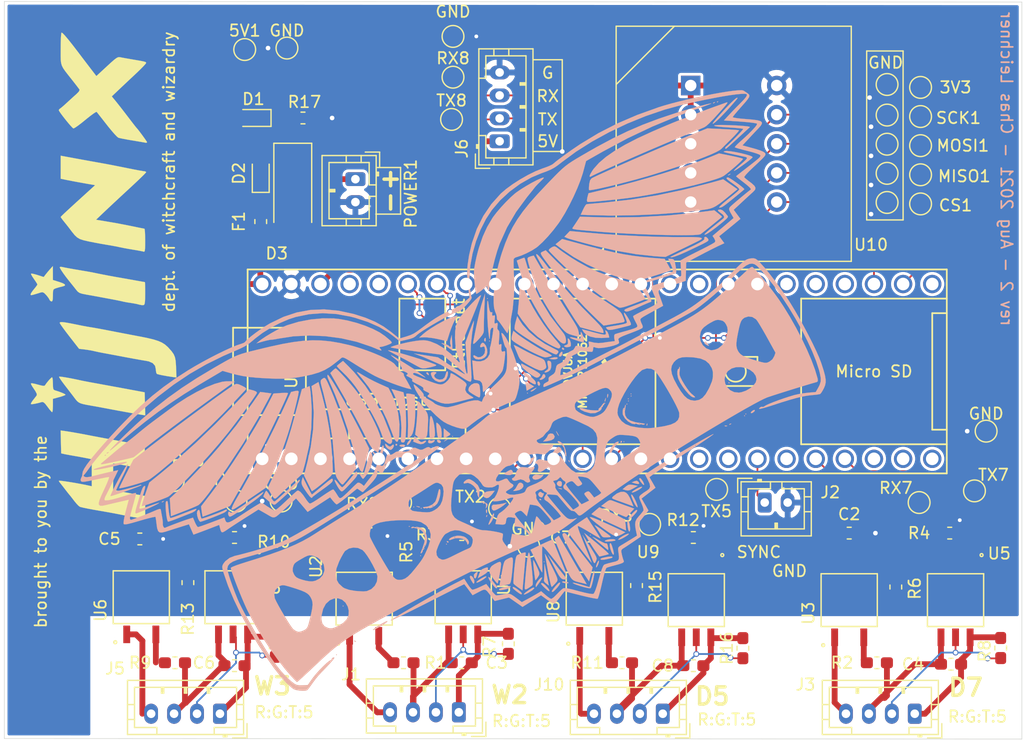
<source format=kicad_pcb>
(kicad_pcb (version 20171130) (host pcbnew 5.1.5+dfsg1-2build2)
  (layers (0 F.Cu signal) (31 B.Cu signal) (34 B.Paste user) (35 F.Paste user) (36 B.SilkS user) (37 F.SilkS user) (38 B.Mask user) (39 F.Mask user) (44 Edge.Cuts user))
  (net 0 "")
  (net 1 GND)
  (net 2 +5V)
  (net 3 "Net-(J1-Pad2)")
  (net 4 "Net-(J2-Pad1)")
  (net 5 "Net-(J3-Pad2)")
  (net 6 "Net-(J5-Pad2)")
  (net 7 "Net-(J6-Pad3)")
  (net 8 "Net-(J6-Pad2)")
  (net 9 "Net-(J10-Pad2)")
  (net 10 "Net-(R1-Pad2)")
  (net 11 "Net-(R2-Pad2)")
  (net 12 "Net-(R3-Pad2)")
  (net 13 "Net-(R4-Pad2)")
  (net 14 /W_VESC1_UART2_RX)
  (net 15 /D_VESC2_UART7_RX)
  (net 16 /W_VESC1_UART2_TX)
  (net 17 /D_VESC2_UART7_TX)
  (net 18 "Net-(R9-Pad2)")
  (net 19 "Net-(R10-Pad2)")
  (net 20 "Net-(R11-Pad2)")
  (net 21 "Net-(R12-Pad2)")
  (net 22 /W_VESC2_UART3_RX)
  (net 23 /W_VESC2_UART3_TX)
  (net 24 /D_VESC1_UART5_RX)
  (net 25 /D_VESC1_UART5_TX)
  (net 26 "Net-(U1-Pad17)")
  (net 27 "Net-(U1-Pad19)")
  (net 28 "Net-(U1-Pad15)")
  (net 29 "Net-(U1-Pad22)")
  (net 30 "Net-(U1-Pad23)")
  (net 31 "Net-(U1-Pad24)")
  (net 32 "Net-(U1-Pad25)")
  (net 33 "Net-(U1-Pad28)")
  (net 34 "Net-(U1-Pad29)")
  (net 35 "Net-(U1-Pad30)")
  (net 36 "Net-(U1-Pad31)")
  (net 37 "Net-(U1-Pad32)")
  (net 38 "Net-(U1-Pad33)")
  (net 39 "Net-(U1-Pad11)")
  (net 40 "Net-(U1-Pad8)")
  (net 41 "Net-(U1-Pad7)")
  (net 42 "Net-(U1-Pad5)")
  (net 43 "Net-(U1-Pad4)")
  (net 44 "Net-(U1-Pad3)")
  (net 45 "Net-(U1-Pad2)")
  (net 46 "Net-(U1-Pad38)")
  (net 47 "Net-(U1-Pad39)")
  (net 48 "Net-(U1-Pad40)")
  (net 49 "Net-(U1-Pad41)")
  (net 50 "Net-(U1-Pad44)")
  (net 51 "Net-(U1-Pad45)")
  (net 52 "Net-(U1-Pad6)")
  (net 53 "Net-(U1-Pad34)")
  (net 54 "Net-(D1-Pad1)")
  (net 55 "Net-(3V3-Pad1)")
  (net 56 "Net-(CS1-Pad1)")
  (net 57 "Net-(D2-Pad2)")
  (net 58 "Net-(J1-Pad4)")
  (net 59 "Net-(J3-Pad4)")
  (net 60 "Net-(J5-Pad4)")
  (net 61 "Net-(J10-Pad4)")
  (net 62 "Net-(D2-Pad1)")
  (net 63 "Net-(U1-Pad16)")
  (net 64 "Net-(MISO1-Pad1)")
  (net 65 "Net-(MOSI1-Pad1)")
  (net 66 "Net-(SCK1-Pad1)")
  (net 67 "Net-(U10-Pad5)")
  (net 68 "Net-(U10-Pad4)")
  (net 69 "Net-(C3-Pad2)")
  (net 70 "Net-(C3-Pad1)")
  (net 71 "Net-(C4-Pad2)")
  (net 72 "Net-(C4-Pad1)")
  (net 73 "Net-(C6-Pad2)")
  (net 74 "Net-(C6-Pad1)")
  (net 75 "Net-(C8-Pad2)")
  (net 76 "Net-(C8-Pad1)")
  (module TestPoint:TestPoint_Pad_D1.5mm (layer F.Cu) (at 209.677 105.664 180)
    (fp_text reference GND1 hide)
    (fp_text value GND)
    (pad 1 smd circle (at 0 0 180) (size 1.5 1.5) (layers F.Cu F.Mask) (net 1 GND))
  )
  (module TestPoint:TestPoint_Pad_D1.5mm (layer F.Cu) (at 169.799 115.697 180)
    (fp_text reference GND1 hide)
    (fp_text value GND)
    (pad 1 smd circle (at 0 0 180) (size 1.5 1.5) (layers F.Cu F.Mask) (net 1 GND))
  )
  (module "Telemetry Board:S6-Logo-71_1x37_3" (layer F.Cu) (at 167.005 105.41 30)
    (fp_text reference G*** hide)
    (fp_text value LOGO hide)
  )
  (module "Telemetry Board:Hijinx-42.3x12" (layer F.Cu) (at 132.715 92.075 90)
    (fp_text reference G*** hide)
    (fp_text value LOGO hide)
  )
  (module teensy:Teensy41 (layer F.Cu) (at 175.768 100.457)
    (fp_text reference U1 (at 0 -10.16) (layer F.SilkS))
    (fp_text value Teensy4.1)
    (fp_text user "USB Host" (at -18.4658 2.4892) (layer F.SilkS))
    (fp_text user Ethernet (at -12.065 -3.2766 90) (layer F.SilkS))
    (fp_text user USB (at -26.67 0 270) (layer F.SilkS))
    (fp_text user "Micro SD" (at 24.13 0) (layer F.SilkS))
    (fp_text user MIMXRT1062 (at -1.27 0 270) (layer F.SilkS) (effects (font (size 0.7 0.7))))
    (fp_text user DVJ6A (at -2.54 -0.18 270) (layer F.SilkS) (effects (font (size 0.7 0.7))))
    (pad 17 thru_hole circle (at 11.43 7.62) (size 1.6 1.6) (drill 1.1) (layers *.Cu *.Mask) (net 26 "Net-(U1-Pad17)"))
    (pad 18 thru_hole circle (at 13.97 7.62) (size 1.6 1.6) (drill 1.1) (layers *.Cu *.Mask) (net 4 "Net-(J2-Pad1)"))
    (pad 19 thru_hole circle (at 16.51 7.62) (size 1.6 1.6) (drill 1.1) (layers *.Cu *.Mask) (net 27 "Net-(U1-Pad19)"))
    (pad 20 thru_hole circle (at 19.05 7.62) (size 1.6 1.6) (drill 1.1) (layers *.Cu *.Mask) (net 15 /D_VESC2_UART7_RX))
    (pad 16 thru_hole circle (at 8.89 7.62) (size 1.6 1.6) (drill 1.1) (layers *.Cu *.Mask) (net 63 "Net-(U1-Pad16)"))
    (pad 15 thru_hole circle (at 6.35 7.62) (size 1.6 1.6) (drill 1.1) (layers *.Cu *.Mask) (net 28 "Net-(U1-Pad15)"))
    (pad 14 thru_hole circle (at 3.81 7.62) (size 1.6 1.6) (drill 1.1) (layers *.Cu *.Mask) (net 64 "Net-(MISO1-Pad1)"))
    (pad 21 thru_hole circle (at 21.59 7.62) (size 1.6 1.6) (drill 1.1) (layers *.Cu *.Mask) (net 17 /D_VESC2_UART7_TX))
    (pad 22 thru_hole circle (at 24.13 7.62) (size 1.6 1.6) (drill 1.1) (layers *.Cu *.Mask) (net 29 "Net-(U1-Pad22)"))
    (pad 23 thru_hole circle (at 26.67 7.62) (size 1.6 1.6) (drill 1.1) (layers *.Cu *.Mask) (net 30 "Net-(U1-Pad23)"))
    (pad 24 thru_hole circle (at 29.21 7.62) (size 1.6 1.6) (drill 1.1) (layers *.Cu *.Mask) (net 31 "Net-(U1-Pad24)"))
    (pad 25 thru_hole circle (at 29.21 -7.62) (size 1.6 1.6) (drill 1.1) (layers *.Cu *.Mask) (net 32 "Net-(U1-Pad25)"))
    (pad 26 thru_hole circle (at 26.67 -7.62) (size 1.6 1.6) (drill 1.1) (layers *.Cu *.Mask) (net 7 "Net-(J6-Pad3)"))
    (pad 27 thru_hole circle (at 24.13 -7.62) (size 1.6 1.6) (drill 1.1) (layers *.Cu *.Mask) (net 8 "Net-(J6-Pad2)"))
    (pad 28 thru_hole circle (at 21.59 -7.62) (size 1.6 1.6) (drill 1.1) (layers *.Cu *.Mask) (net 33 "Net-(U1-Pad28)"))
    (pad 29 thru_hole circle (at 19.05 -7.62) (size 1.6 1.6) (drill 1.1) (layers *.Cu *.Mask) (net 34 "Net-(U1-Pad29)"))
    (pad 30 thru_hole circle (at 16.51 -7.62) (size 1.6 1.6) (drill 1.1) (layers *.Cu *.Mask) (net 35 "Net-(U1-Pad30)"))
    (pad 31 thru_hole circle (at 13.97 -7.62) (size 1.6 1.6) (drill 1.1) (layers *.Cu *.Mask) (net 36 "Net-(U1-Pad31)"))
    (pad 32 thru_hole circle (at 11.43 -7.62) (size 1.6 1.6) (drill 1.1) (layers *.Cu *.Mask) (net 37 "Net-(U1-Pad32)"))
    (pad 33 thru_hole circle (at 8.89 -7.62) (size 1.6 1.6) (drill 1.1) (layers *.Cu *.Mask) (net 38 "Net-(U1-Pad33)"))
    (pad 34 thru_hole circle (at 6.35 -7.62) (size 1.6 1.6) (drill 1.1) (layers *.Cu *.Mask) (net 53 "Net-(U1-Pad34)"))
    (pad 13 thru_hole circle (at 1.27 7.62) (size 1.6 1.6) (drill 1.1) (layers *.Cu *.Mask) (net 65 "Net-(MOSI1-Pad1)"))
    (pad 12 thru_hole circle (at -1.27 7.62) (size 1.6 1.6) (drill 1.1) (layers *.Cu *.Mask) (net 56 "Net-(CS1-Pad1)"))
    (pad 11 thru_hole circle (at -3.81 7.62) (size 1.6 1.6) (drill 1.1) (layers *.Cu *.Mask) (net 39 "Net-(U1-Pad11)"))
    (pad 10 thru_hole circle (at -6.35 7.62) (size 1.6 1.6) (drill 1.1) (layers *.Cu *.Mask) (net 16 /W_VESC1_UART2_TX))
    (pad 9 thru_hole circle (at -8.89 7.62) (size 1.6 1.6) (drill 1.1) (layers *.Cu *.Mask) (net 14 /W_VESC1_UART2_RX))
    (pad 8 thru_hole circle (at -11.43 7.62) (size 1.6 1.6) (drill 1.1) (layers *.Cu *.Mask) (net 40 "Net-(U1-Pad8)"))
    (pad 7 thru_hole circle (at -13.97 7.62) (size 1.6 1.6) (drill 1.1) (layers *.Cu *.Mask) (net 41 "Net-(U1-Pad7)"))
    (pad 6 thru_hole circle (at -16.51 7.62) (size 1.6 1.6) (drill 1.1) (layers *.Cu *.Mask) (net 52 "Net-(U1-Pad6)"))
    (pad 5 thru_hole circle (at -19.05 7.62) (size 1.6 1.6) (drill 1.1) (layers *.Cu *.Mask) (net 42 "Net-(U1-Pad5)"))
    (pad 4 thru_hole circle (at -21.59 7.62) (size 1.6 1.6) (drill 1.1) (layers *.Cu *.Mask) (net 43 "Net-(U1-Pad4)"))
    (pad 3 thru_hole circle (at -24.13 7.62) (size 1.6 1.6) (drill 1.1) (layers *.Cu *.Mask) (net 44 "Net-(U1-Pad3)"))
    (pad 2 thru_hole circle (at -26.67 7.62) (size 1.6 1.6) (drill 1.1) (layers *.Cu *.Mask) (net 45 "Net-(U1-Pad2)"))
    (pad 1 thru_hole rect (at -29.21 7.62) (size 1.6 1.6) (drill 1.1) (layers *.Cu *.Mask) (net 1 GND))
    (pad 35 thru_hole circle (at 3.81 -7.62) (size 1.6 1.6) (drill 1.1) (layers *.Cu *.Mask) (net 66 "Net-(SCK1-Pad1)"))
    (pad 36 thru_hole circle (at 1.27 -7.62) (size 1.6 1.6) (drill 1.1) (layers *.Cu *.Mask) (net 23 /W_VESC2_UART3_TX))
    (pad 37 thru_hole circle (at -1.27 -7.62) (size 1.6 1.6) (drill 1.1) (layers *.Cu *.Mask) (net 22 /W_VESC2_UART3_RX))
    (pad 38 thru_hole circle (at -3.81 -7.62) (size 1.6 1.6) (drill 1.1) (layers *.Cu *.Mask) (net 46 "Net-(U1-Pad38)"))
    (pad 39 thru_hole circle (at -6.35 -7.62) (size 1.6 1.6) (drill 1.1) (layers *.Cu *.Mask) (net 47 "Net-(U1-Pad39)"))
    (pad 40 thru_hole circle (at -8.89 -7.62) (size 1.6 1.6) (drill 1.1) (layers *.Cu *.Mask) (net 48 "Net-(U1-Pad40)"))
    (pad 41 thru_hole circle (at -11.43 -7.62) (size 1.6 1.6) (drill 1.1) (layers *.Cu *.Mask) (net 49 "Net-(U1-Pad41)"))
    (pad 42 thru_hole circle (at -13.97 -7.62) (size 1.6 1.6) (drill 1.1) (layers *.Cu *.Mask) (net 25 /D_VESC1_UART5_TX))
    (pad 43 thru_hole circle (at -16.51 -7.62) (size 1.6 1.6) (drill 1.1) (layers *.Cu *.Mask) (net 24 /D_VESC1_UART5_RX))
    (pad 44 thru_hole circle (at -19.05 -7.62) (size 1.6 1.6) (drill 1.1) (layers *.Cu *.Mask) (net 50 "Net-(U1-Pad44)"))
    (pad 45 thru_hole circle (at -21.59 -7.62) (size 1.6 1.6) (drill 1.1) (layers *.Cu *.Mask) (net 51 "Net-(U1-Pad45)"))
    (pad 46 thru_hole circle (at -24.13 -7.62) (size 1.6 1.6) (drill 1.1) (layers *.Cu *.Mask) (net 55 "Net-(3V3-Pad1)"))
    (pad 47 thru_hole circle (at -26.67 -7.62) (size 1.6 1.6) (drill 1.1) (layers *.Cu *.Mask) (net 1 GND))
    (pad 48 thru_hole circle (at -29.21 -7.62) (size 1.6 1.6) (drill 1.1) (layers *.Cu *.Mask) (net 2 +5V))
  )
  (module Capacitor_SMD:C_0603_1608Metric_Pad1.05x0.95mm_HandSolder (layer F.Cu) (at 155.321 115.062)
    (fp_text reference C1 (at 0 -1.43) (layer F.SilkS))
    (fp_text value 0.1u)
    (pad 2 smd roundrect (at 0.875 0) (size 1.05 0.95) (layers F.Cu F.Paste F.Mask) (net 1 GND))
    (pad 1 smd roundrect (at -0.875 0) (size 1.05 0.95) (layers F.Cu F.Paste F.Mask) (net 2 +5V))
  )
  (module TestPoint:TestPoint_Pad_D1.5mm (layer F.Cu) (at 148.209 111.76 180)
    (fp_text reference GND1 hide)
    (fp_text value GND)
    (pad 1 smd circle (at 0 0 180) (size 1.5 1.5) (layers F.Cu F.Mask) (net 1 GND))
  )
  (module TestPoint:TestPoint_Pad_D1.5mm (layer F.Cu) (at 163.195 71.247)
    (fp_text reference GND1 hide)
    (fp_text value GND)
    (pad 1 smd circle (at 0 0) (size 1.5 1.5) (layers F.Cu F.Mask) (net 1 GND))
  )
  (module VOM452T:SOIC127P700X230-5N (layer F.Cu) (at 184.404 120.396 270)
    (fp_text reference U9 (at -4.191 4.191 180) (layer F.SilkS) (effects (font (size 1.000228 1.000228))))
    (fp_text value VOM452T)
    (pad 5 smd rect (at 3.24 0 270) (size 1.53 0.6) (layers F.Cu F.Paste F.Mask) (net 9 "Net-(J10-Pad2)"))
    (pad 4 smd rect (at 3.24 1.27 270) (size 1.53 0.6) (layers F.Cu F.Paste F.Mask) (net 75 "Net-(C8-Pad2)"))
    (pad 6 smd rect (at 3.24 -1.27 270) (size 1.53 0.6) (layers F.Cu F.Paste F.Mask) (net 76 "Net-(C8-Pad1)"))
    (pad 3 smd rect (at -3.24 1.27 270) (size 1.53 0.6) (layers F.Cu F.Paste F.Mask) (net 21 "Net-(R12-Pad2)"))
    (pad 1 smd rect (at -3.24 -1.27 270) (size 1.53 0.6) (layers F.Cu F.Paste F.Mask) (net 25 /D_VESC1_UART5_TX))
  )
  (module VOM452T:SOIC127P700X230-5N (layer F.Cu) (at 144.018 120.142 270)
    (fp_text reference U7 (at -1.143255 -3.556805 90) (layer F.SilkS) (effects (font (size 1.000228 1.000228))))
    (fp_text value VOM452T)
    (pad 5 smd rect (at 3.24 0 270) (size 1.53 0.6) (layers F.Cu F.Paste F.Mask) (net 6 "Net-(J5-Pad2)"))
    (pad 4 smd rect (at 3.24 1.27 270) (size 1.53 0.6) (layers F.Cu F.Paste F.Mask) (net 73 "Net-(C6-Pad2)"))
    (pad 6 smd rect (at 3.24 -1.27 270) (size 1.53 0.6) (layers F.Cu F.Paste F.Mask) (net 74 "Net-(C6-Pad1)"))
    (pad 3 smd rect (at -3.24 1.27 270) (size 1.53 0.6) (layers F.Cu F.Paste F.Mask) (net 19 "Net-(R10-Pad2)"))
    (pad 1 smd rect (at -3.24 -1.27 270) (size 1.53 0.6) (layers F.Cu F.Paste F.Mask) (net 23 /W_VESC2_UART3_TX))
  )
  (module VOM452T:SOIC127P700X230-5N (layer F.Cu) (at 207.01 120.396 270)
    (fp_text reference U5 (at -4.064 -3.81 180) (layer F.SilkS) (effects (font (size 1.000228 1.000228))))
    (fp_text value VOM452T)
    (pad 5 smd rect (at 3.24 0 270) (size 1.53 0.6) (layers F.Cu F.Paste F.Mask) (net 5 "Net-(J3-Pad2)"))
    (pad 4 smd rect (at 3.24 1.27 270) (size 1.53 0.6) (layers F.Cu F.Paste F.Mask) (net 71 "Net-(C4-Pad2)"))
    (pad 6 smd rect (at 3.24 -1.27 270) (size 1.53 0.6) (layers F.Cu F.Paste F.Mask) (net 72 "Net-(C4-Pad1)"))
    (pad 3 smd rect (at -3.24 1.27 270) (size 1.53 0.6) (layers F.Cu F.Paste F.Mask) (net 13 "Net-(R4-Pad2)"))
    (pad 1 smd rect (at -3.24 -1.27 270) (size 1.53 0.6) (layers F.Cu F.Paste F.Mask) (net 17 /D_VESC2_UART7_TX))
  )
  (module Resistor_SMD:R_0603_1608Metric_Pad1.05x0.95mm_HandSolder (layer F.Cu) (at 188.468 124.587 270)
    (fp_text reference R16 (at 0 1.397 90) (layer F.SilkS))
    (fp_text value 1.9k)
    (pad 2 smd roundrect (at 0.875 0 270) (size 1.05 0.95) (layers F.Cu F.Paste F.Mask) (net 9 "Net-(J10-Pad2)"))
    (pad 1 smd roundrect (at -0.875 0 270) (size 1.05 0.95) (layers F.Cu F.Paste F.Mask) (net 76 "Net-(C8-Pad1)"))
  )
  (module Resistor_SMD:R_0603_1608Metric_Pad1.05x0.95mm_HandSolder (layer F.Cu) (at 147.701 124.46 270)
    (fp_text reference R14 (at 0 -1.397 90) (layer F.SilkS))
    (fp_text value 1.9k)
    (pad 2 smd roundrect (at 0.875 0 270) (size 1.05 0.95) (layers F.Cu F.Paste F.Mask) (net 6 "Net-(J5-Pad2)"))
    (pad 1 smd roundrect (at -0.875 0 270) (size 1.05 0.95) (layers F.Cu F.Paste F.Mask) (net 74 "Net-(C6-Pad1)"))
  )
  (module Resistor_SMD:R_0603_1608Metric_Pad1.05x0.95mm_HandSolder (layer F.Cu) (at 184.15 114.935 180)
    (fp_text reference R12 (at 0.889 1.524) (layer F.SilkS))
    (fp_text value 95)
    (pad 2 smd roundrect (at 0.875 0 180) (size 1.05 0.95) (layers F.Cu F.Paste F.Mask) (net 21 "Net-(R12-Pad2)"))
    (pad 1 smd roundrect (at -0.875 0 180) (size 1.05 0.95) (layers F.Cu F.Paste F.Mask) (net 1 GND))
  )
  (module Resistor_SMD:R_0603_1608Metric_Pad1.05x0.95mm_HandSolder (layer F.Cu) (at 144.145 114.935 180)
    (fp_text reference R10 (at -3.429 -0.381) (layer F.SilkS))
    (fp_text value 95)
    (pad 2 smd roundrect (at 0.875 0 180) (size 1.05 0.95) (layers F.Cu F.Paste F.Mask) (net 19 "Net-(R10-Pad2)"))
    (pad 1 smd roundrect (at -0.875 0 180) (size 1.05 0.95) (layers F.Cu F.Paste F.Mask) (net 1 GND))
  )
  (module Resistor_SMD:R_0603_1608Metric_Pad1.05x0.95mm_HandSolder (layer F.Cu) (at 210.947 124.573 270)
    (fp_text reference R8 (at 0.254 1.397 90) (layer F.SilkS))
    (fp_text value 1.9k)
    (pad 2 smd roundrect (at 0.875 0 270) (size 1.05 0.95) (layers F.Cu F.Paste F.Mask) (net 5 "Net-(J3-Pad2)"))
    (pad 1 smd roundrect (at -0.875 0 270) (size 1.05 0.95) (layers F.Cu F.Paste F.Mask) (net 72 "Net-(C4-Pad1)"))
  )
  (module Resistor_SMD:R_0603_1608Metric_Pad1.05x0.95mm_HandSolder (layer F.Cu) (at 206.502 114.554 180)
    (fp_text reference R4 (at 2.667 0) (layer F.SilkS))
    (fp_text value 95)
    (pad 2 smd roundrect (at 0.875 0 180) (size 1.05 0.95) (layers F.Cu F.Paste F.Mask) (net 13 "Net-(R4-Pad2)"))
    (pad 1 smd roundrect (at -0.875 0 180) (size 1.05 0.95) (layers F.Cu F.Paste F.Mask) (net 1 GND))
  )
  (module Capacitor_SMD:C_0603_1608Metric_Pad1.05x0.95mm_HandSolder (layer F.Cu) (at 184.15 126.111 180)
    (fp_text reference C8 (at 2.667 0) (layer F.SilkS))
    (fp_text value 0.1u)
    (pad 2 smd roundrect (at 0.875 0 180) (size 1.05 0.95) (layers F.Cu F.Paste F.Mask) (net 75 "Net-(C8-Pad2)"))
    (pad 1 smd roundrect (at -0.875 0 180) (size 1.05 0.95) (layers F.Cu F.Paste F.Mask) (net 76 "Net-(C8-Pad1)"))
  )
  (module Capacitor_SMD:C_0603_1608Metric_Pad1.05x0.95mm_HandSolder (layer F.Cu) (at 144.145 126.111 180)
    (fp_text reference C6 (at 2.667 0.254) (layer F.SilkS))
    (fp_text value 0.1u)
    (pad 2 smd roundrect (at 0.875 0 180) (size 1.05 0.95) (layers F.Cu F.Paste F.Mask) (net 73 "Net-(C6-Pad2)"))
    (pad 1 smd roundrect (at -0.875 0 180) (size 1.05 0.95) (layers F.Cu F.Paste F.Mask) (net 74 "Net-(C6-Pad1)"))
  )
  (module Capacitor_SMD:C_0603_1608Metric_Pad1.05x0.95mm_HandSolder (layer F.Cu) (at 206.615 125.984 180)
    (fp_text reference C4 (at 3.302 0) (layer F.SilkS))
    (fp_text value 0.1u)
    (pad 2 smd roundrect (at 0.875 0 180) (size 1.05 0.95) (layers F.Cu F.Paste F.Mask) (net 71 "Net-(C4-Pad2)"))
    (pad 1 smd roundrect (at -0.875 0 180) (size 1.05 0.95) (layers F.Cu F.Paste F.Mask) (net 72 "Net-(C4-Pad1)"))
  )
  (module "Telemetry Board:EVAL-ADXL372X" (layer F.Cu) (at 177.419 70.358)
    (fp_text reference U10 (at 22.225 19.05) (layer F.SilkS))
    (fp_text value EVAL-ADXL372Z)
    (pad 10 thru_hole circle (at 14 5.17) (size 1.7 1.7) (drill 1) (layers *.Cu *.Mask) (net 1 GND))
    (pad 9 thru_hole circle (at 14 7.71) (size 1.7 1.7) (drill 1) (layers *.Cu *.Mask) (net 66 "Net-(SCK1-Pad1)"))
    (pad 8 thru_hole circle (at 14 10.25) (size 1.7 1.7) (drill 1) (layers *.Cu *.Mask) (net 65 "Net-(MOSI1-Pad1)"))
    (pad 7 thru_hole circle (at 14 12.79) (size 1.7 1.7) (drill 1) (layers *.Cu *.Mask) (net 64 "Net-(MISO1-Pad1)"))
    (pad 6 thru_hole circle (at 14 15.33) (size 1.7 1.7) (drill 1) (layers *.Cu *.Mask) (net 56 "Net-(CS1-Pad1)"))
    (pad 5 thru_hole circle (at 6.5 15.33) (size 1.7 1.7) (drill 1) (layers *.Cu *.Mask) (net 67 "Net-(U10-Pad5)"))
    (pad 4 thru_hole circle (at 6.5 12.79) (size 1.7 1.7) (drill 1) (layers *.Cu *.Mask) (net 68 "Net-(U10-Pad4)"))
    (pad 3 thru_hole circle (at 6.5 10.25) (size 1.7 1.7) (drill 1) (layers *.Cu *.Mask) (net 1 GND))
    (pad 2 thru_hole circle (at 6.5 7.71) (size 1.7 1.7) (drill 1) (layers *.Cu *.Mask) (net 55 "Net-(3V3-Pad1)"))
    (pad 1 thru_hole rect (at 6.5 5.17) (size 1.7 1.7) (drill 1) (layers *.Cu *.Mask) (net 55 "Net-(3V3-Pad1)"))
  )
  (module Fuse:Fuse_0603_1608Metric_Pad1.05x0.95mm_HandSolder (layer F.Cu) (at 146.431 87.39 270)
    (fp_text reference F1 (at 0 1.905 90) (layer F.SilkS))
    (fp_text value Polyfuse_Small)
    (pad 2 smd roundrect (at 0.875 0 270) (size 1.05 0.95) (layers F.Cu F.Paste F.Mask) (net 2 +5V))
    (pad 1 smd roundrect (at -0.875 0 270) (size 1.05 0.95) (layers F.Cu F.Paste F.Mask) (net 62 "Net-(D2-Pad1)"))
  )
  (module Connector_JST:JST_PH_B4B-PH-K_1x04_P2.00mm_Vertical (layer F.Cu) (at 181.483 130.302 180)
    (fp_text reference J10 (at 9.906 2.54) (layer F.SilkS))
    (fp_text value D_VESC1_UART5)
    (pad 4 thru_hole oval (at 6 0 180) (size 1.2 1.75) (drill 0.75) (layers *.Cu *.Mask) (net 61 "Net-(J10-Pad4)"))
    (pad 3 thru_hole oval (at 4 0 180) (size 1.2 1.75) (drill 0.75) (layers *.Cu *.Mask) (net 75 "Net-(C8-Pad2)"))
    (pad 2 thru_hole oval (at 2 0 180) (size 1.2 1.75) (drill 0.75) (layers *.Cu *.Mask) (net 9 "Net-(J10-Pad2)"))
    (pad 1 thru_hole roundrect (at 0 0 180) (size 1.2 1.75) (drill 0.75) (layers *.Cu *.Mask) (roundrect_rratio 0.208333) (net 76 "Net-(C8-Pad1)"))
  )
  (module Connector_JST:JST_PH_B4B-PH-K_1x04_P2.00mm_Vertical (layer F.Cu) (at 142.875 130.302 180)
    (fp_text reference J5 (at 9.144 3.937) (layer F.SilkS))
    (fp_text value W_VESC2_UART3)
    (pad 4 thru_hole oval (at 6 0 180) (size 1.2 1.75) (drill 0.75) (layers *.Cu *.Mask) (net 60 "Net-(J5-Pad4)"))
    (pad 3 thru_hole oval (at 4 0 180) (size 1.2 1.75) (drill 0.75) (layers *.Cu *.Mask) (net 73 "Net-(C6-Pad2)"))
    (pad 2 thru_hole oval (at 2 0 180) (size 1.2 1.75) (drill 0.75) (layers *.Cu *.Mask) (net 6 "Net-(J5-Pad2)"))
    (pad 1 thru_hole roundrect (at 0 0 180) (size 1.2 1.75) (drill 0.75) (layers *.Cu *.Mask) (roundrect_rratio 0.208333) (net 74 "Net-(C6-Pad1)"))
  )
  (module Connector_JST:JST_PH_B4B-PH-K_1x04_P2.00mm_Vertical (layer F.Cu) (at 203.454 130.302 180)
    (fp_text reference J3 (at 9.525 2.54) (layer F.SilkS))
    (fp_text value D_VESC2_UART7)
    (pad 4 thru_hole oval (at 6 0 180) (size 1.2 1.75) (drill 0.75) (layers *.Cu *.Mask) (net 59 "Net-(J3-Pad4)"))
    (pad 3 thru_hole oval (at 4 0 180) (size 1.2 1.75) (drill 0.75) (layers *.Cu *.Mask) (net 71 "Net-(C4-Pad2)"))
    (pad 2 thru_hole oval (at 2 0 180) (size 1.2 1.75) (drill 0.75) (layers *.Cu *.Mask) (net 5 "Net-(J3-Pad2)"))
    (pad 1 thru_hole roundrect (at 0 0 180) (size 1.2 1.75) (drill 0.75) (layers *.Cu *.Mask) (roundrect_rratio 0.208333) (net 72 "Net-(C4-Pad1)"))
  )
  (module Connector_JST:JST_PH_B4B-PH-K_1x04_P2.00mm_Vertical (layer F.Cu) (at 163.703 130.175 180)
    (fp_text reference J1 (at 9.398 3.302) (layer F.SilkS))
    (fp_text value W_VESC1_UART2)
    (pad 4 thru_hole oval (at 6 0 180) (size 1.2 1.75) (drill 0.75) (layers *.Cu *.Mask) (net 58 "Net-(J1-Pad4)"))
    (pad 3 thru_hole oval (at 4 0 180) (size 1.2 1.75) (drill 0.75) (layers *.Cu *.Mask) (net 69 "Net-(C3-Pad2)"))
    (pad 2 thru_hole oval (at 2 0 180) (size 1.2 1.75) (drill 0.75) (layers *.Cu *.Mask) (net 3 "Net-(J1-Pad2)"))
    (pad 1 thru_hole roundrect (at 0 0 180) (size 1.2 1.75) (drill 0.75) (layers *.Cu *.Mask) (roundrect_rratio 0.208333) (net 70 "Net-(C3-Pad1)"))
  )
  (module Diode_SMD:D_SMA_Handsoldering (layer F.Cu) (at 149.225 84.963 270)
    (fp_text reference D3 (at 5.207 1.397 180) (layer F.SilkS))
    (fp_text value D_Zener)
    (pad 2 smd rect (at 2.5 0 270) (size 3.5 1.8) (layers F.Cu F.Paste F.Mask) (net 1 GND))
    (pad 1 smd rect (at -2.5 0 270) (size 3.5 1.8) (layers F.Cu F.Paste F.Mask) (net 57 "Net-(D2-Pad2)"))
  )
  (module Diode_SMD:D_0603_1608Metric_Pad1.05x0.95mm_HandSolder (layer F.Cu) (at 146.431 83.185 90)
    (fp_text reference D2 (at 0 -1.905 90) (layer F.SilkS))
    (fp_text value D_Schottky)
    (pad 2 smd roundrect (at 0.875 0 90) (size 1.05 0.95) (layers F.Cu F.Paste F.Mask) (net 57 "Net-(D2-Pad2)"))
    (pad 1 smd roundrect (at -0.875 0 90) (size 1.05 0.95) (layers F.Cu F.Paste F.Mask) (net 62 "Net-(D2-Pad1)"))
  )
  (module TestPoint:TestPoint_Pad_D1.5mm (layer F.Cu) (at 148.717 72.263 180)
    (fp_text reference GND1 hide)
    (fp_text value GND)
    (pad 1 smd circle (at 0 0 180) (size 1.5 1.5) (layers F.Cu F.Mask) (net 1 GND))
  )
  (module TestPoint:TestPoint_Pad_D1.5mm (layer F.Cu) (at 201.041 75.438 270)
    (fp_text reference GND1 hide)
    (fp_text value GND)
    (pad 1 smd circle (at 0 0 270) (size 1.5 1.5) (layers F.Cu F.Mask) (net 1 GND))
  )
  (module TestPoint:TestPoint_Pad_D1.5mm (layer F.Cu) (at 201.041 78.105 270)
    (fp_text reference GND1 hide)
    (fp_text value GND)
    (pad 1 smd circle (at 0 0 270) (size 1.5 1.5) (layers F.Cu F.Mask) (net 1 GND))
  )
  (module TestPoint:TestPoint_Pad_D1.5mm (layer F.Cu) (at 201.041 80.645 270)
    (fp_text reference GND1 hide)
    (fp_text value GND)
    (pad 1 smd circle (at 0 0 270) (size 1.5 1.5) (layers F.Cu F.Mask) (net 1 GND))
  )
  (module TestPoint:TestPoint_Pad_D1.5mm (layer F.Cu) (at 201.041 83.185 270)
    (fp_text reference GND1 hide)
    (fp_text value GND)
    (pad 1 smd circle (at 0 0 270) (size 1.5 1.5) (layers F.Cu F.Mask) (net 1 GND))
  )
  (module TestPoint:TestPoint_Pad_D1.5mm (layer F.Cu) (at 201.041 85.725 270)
    (fp_text reference GND1 hide)
    (fp_text value GND)
    (pad 1 smd circle (at 0 0 270) (size 1.5 1.5) (layers F.Cu F.Mask) (net 1 GND))
  )
  (module TestPoint:TestPoint_Pad_D1.5mm (layer F.Cu) (at 145.034 72.39)
    (fp_text reference 5V1 (at 0 -1.648) (layer F.SilkS))
    (fp_text value 5V)
    (pad 1 smd circle (at 0 0) (size 1.5 1.5) (layers F.Cu F.Mask) (net 2 +5V))
  )
  (module TestPoint:TestPoint_Pad_D1.5mm (layer F.Cu) (at 203.962 78.232 180)
    (fp_text reference SCK1 (at -3.302 -0.127) (layer F.SilkS))
    (fp_text value SCK)
    (pad 1 smd circle (at 0 0 180) (size 1.5 1.5) (layers F.Cu F.Mask) (net 66 "Net-(SCK1-Pad1)"))
  )
  (module TestPoint:TestPoint_Pad_D1.5mm (layer F.Cu) (at 203.962 75.692 180)
    (fp_text reference 3V3 (at -3.048 0) (layer F.SilkS))
    (fp_text value 3V3)
    (pad 1 smd circle (at 0 0 180) (size 1.5 1.5) (layers F.Cu F.Mask) (net 55 "Net-(3V3-Pad1)"))
  )
  (module TestPoint:TestPoint_Pad_D1.5mm (layer F.Cu) (at 163.195 74.803)
    (fp_text reference RX8 (at 0 -1.648) (layer F.SilkS))
    (fp_text value RX8)
    (pad 1 smd circle (at 0 0) (size 1.5 1.5) (layers F.Cu F.Mask) (net 7 "Net-(J6-Pad3)"))
  )
  (module TestPoint:TestPoint_Pad_D1.5mm (layer F.Cu) (at 163.068 78.486)
    (fp_text reference TX8 (at 0 -1.648) (layer F.SilkS))
    (fp_text value TX8)
    (pad 1 smd circle (at 0 0) (size 1.5 1.5) (layers F.Cu F.Mask) (net 8 "Net-(J6-Pad2)"))
  )
  (module TestPoint:TestPoint_Pad_D1.5mm (layer F.Cu) (at 203.962 83.312 180)
    (fp_text reference MISO1 (at -3.81 -0.127) (layer F.SilkS))
    (fp_text value MISO)
    (pad 1 smd circle (at 0 0 180) (size 1.5 1.5) (layers F.Cu F.Mask) (net 64 "Net-(MISO1-Pad1)"))
  )
  (module TestPoint:TestPoint_Pad_D1.5mm (layer F.Cu) (at 203.962 80.772 180)
    (fp_text reference MOSI1 (at -3.683 0) (layer F.SilkS))
    (fp_text value MOSI)
    (pad 1 smd circle (at 0 0 180) (size 1.5 1.5) (layers F.Cu F.Mask) (net 65 "Net-(MOSI1-Pad1)"))
  )
  (module TestPoint:TestPoint_Pad_D1.5mm (layer F.Cu) (at 203.962 85.852 180)
    (fp_text reference CS1 (at -3.048 -0.127) (layer F.SilkS))
    (fp_text value CS)
    (pad 1 smd circle (at 0 0 180) (size 1.5 1.5) (layers F.Cu F.Mask) (net 56 "Net-(CS1-Pad1)"))
  )
  (module Resistor_SMD:R_0603_1608Metric_Pad1.05x0.95mm_HandSolder (layer F.Cu) (at 150.114 78.359)
    (fp_text reference R17 (at 0.127 -1.397) (layer F.SilkS))
    (fp_text value 866)
    (pad 2 smd roundrect (at 0.875 0) (size 1.05 0.95) (layers F.Cu F.Paste F.Mask) (net 1 GND))
    (pad 1 smd roundrect (at -0.875 0) (size 1.05 0.95) (layers F.Cu F.Paste F.Mask) (net 54 "Net-(D1-Pad1)"))
  )
  (module LED_SMD:LED_0603_1608Metric_Pad1.05x0.95mm_HandSolder (layer F.Cu) (at 145.669 78.359 180)
    (fp_text reference D1 (at -0.127 1.651) (layer F.SilkS))
    (fp_text value LED)
    (pad 2 smd roundrect (at 0.875 0 180) (size 1.05 0.95) (layers F.Cu F.Paste F.Mask) (net 2 +5V))
    (pad 1 smd roundrect (at -0.875 0 180) (size 1.05 0.95) (layers F.Cu F.Paste F.Mask) (net 54 "Net-(D1-Pad1)"))
  )
  (module TestPoint:TestPoint_Pad_D1.5mm (layer F.Cu) (at 186.182 110.744 180)
    (fp_text reference TX5 (at 0 -1.905) (layer F.SilkS))
    (fp_text value TX5)
    (pad 1 smd circle (at 0 0 180) (size 1.5 1.5) (layers F.Cu F.Mask) (net 25 /D_VESC1_UART5_TX))
  )
  (module TestPoint:TestPoint_Pad_D1.5mm (layer F.Cu) (at 180.34 113.792)
    (fp_text reference RX5 (at -2.921 -0.762) (layer F.SilkS))
    (fp_text value RX5)
    (pad 1 smd circle (at 0 0) (size 1.5 1.5) (layers F.Cu F.Mask) (net 24 /D_VESC1_UART5_RX))
  )
  (module TestPoint:TestPoint_Pad_D1.5mm (layer F.Cu) (at 144.272 111.76)
    (fp_text reference TX3 (at -0.762 -1.905) (layer F.SilkS))
    (fp_text value TX3)
    (pad 1 smd circle (at 0 0) (size 1.5 1.5) (layers F.Cu F.Mask) (net 23 /W_VESC2_UART3_TX))
  )
  (module TestPoint:TestPoint_Pad_D1.5mm (layer F.Cu) (at 138.811 109.982)
    (fp_text reference RX3 (at 1.27 -1.778) (layer F.SilkS))
    (fp_text value RX3)
    (pad 1 smd circle (at 0 0) (size 1.5 1.5) (layers F.Cu F.Mask) (net 22 /W_VESC2_UART3_RX))
  )
  (module TestPoint:TestPoint_Pad_D1.5mm (layer F.Cu) (at 208.661 110.871)
    (fp_text reference TX7 (at 1.651 -1.397) (layer F.SilkS))
    (fp_text value TX7)
    (pad 1 smd circle (at 0 0) (size 1.5 1.5) (layers F.Cu F.Mask) (net 17 /D_VESC2_UART7_TX))
  )
  (module TestPoint:TestPoint_Pad_D1.5mm (layer F.Cu) (at 167.259 112.395)
    (fp_text reference TX2 (at -2.54 -1.016) (layer F.SilkS))
    (fp_text value TX2)
    (pad 1 smd circle (at 0 0) (size 1.5 1.5) (layers F.Cu F.Mask) (net 16 /W_VESC1_UART2_TX))
  )
  (module TestPoint:TestPoint_Pad_D1.5mm (layer F.Cu) (at 203.835 111.887)
    (fp_text reference RX7 (at -2.032 -1.27) (layer F.SilkS))
    (fp_text value RX7)
    (pad 1 smd circle (at 0 0) (size 1.5 1.5) (layers F.Cu F.Mask) (net 15 /D_VESC2_UART7_RX))
  )
  (module TestPoint:TestPoint_Pad_D1.5mm (layer F.Cu) (at 158.623 111.887)
    (fp_text reference RX2 (at -3.302 0.127) (layer F.SilkS))
    (fp_text value RX2)
    (pad 1 smd circle (at 0 0) (size 1.5 1.5) (layers F.Cu F.Mask) (net 14 /W_VESC1_UART2_RX))
  )
  (module Resistor_SMD:R_0603_1608Metric_Pad1.05x0.95mm_HandSolder (layer F.Cu) (at 177.927 125.857 180)
    (fp_text reference R11 (at 3.034 0) (layer F.SilkS))
    (fp_text value 95)
    (pad 2 smd roundrect (at 0.875 0 180) (size 1.05 0.95) (layers F.Cu F.Paste F.Mask) (net 20 "Net-(R11-Pad2)"))
    (pad 1 smd roundrect (at -0.875 0 180) (size 1.05 0.95) (layers F.Cu F.Paste F.Mask) (net 75 "Net-(C8-Pad2)"))
  )
  (module Connector_JST:JST_PH_B4B-PH-K_1x04_P2.00mm_Vertical (layer F.Cu) (at 167.259 80.391 90)
    (fp_text reference J6 (at -0.635 -3.302 90) (layer F.SilkS))
    (fp_text value TX_UART8)
    (pad 4 thru_hole oval (at 6 0 90) (size 1.2 1.75) (drill 0.75) (layers *.Cu *.Mask) (net 1 GND))
    (pad 3 thru_hole oval (at 4 0 90) (size 1.2 1.75) (drill 0.75) (layers *.Cu *.Mask) (net 7 "Net-(J6-Pad3)"))
    (pad 2 thru_hole oval (at 2 0 90) (size 1.2 1.75) (drill 0.75) (layers *.Cu *.Mask) (net 8 "Net-(J6-Pad2)"))
    (pad 1 thru_hole roundrect (at 0 0 90) (size 1.2 1.75) (drill 0.75) (layers *.Cu *.Mask) (roundrect_rratio 0.208333) (net 2 +5V))
  )
  (module VOM452T:SOIC127P700X230-5N (layer F.Cu) (at 136.017 120.142 90)
    (fp_text reference U6 (at -1.143255 -3.556805 90) (layer F.SilkS) (effects (font (size 1.000228 1.000228))))
    (fp_text value VOM452T)
    (pad 5 smd rect (at 3.24 0 90) (size 1.53 0.6) (layers F.Cu F.Paste F.Mask) (net 22 /W_VESC2_UART3_RX))
    (pad 4 smd rect (at 3.24 1.27 90) (size 1.53 0.6) (layers F.Cu F.Paste F.Mask) (net 1 GND))
    (pad 6 smd rect (at 3.24 -1.27 90) (size 1.53 0.6) (layers F.Cu F.Paste F.Mask) (net 2 +5V))
    (pad 3 smd rect (at -3.24 1.27 90) (size 1.53 0.6) (layers F.Cu F.Paste F.Mask) (net 18 "Net-(R9-Pad2)"))
    (pad 1 smd rect (at -3.24 -1.27 90) (size 1.53 0.6) (layers F.Cu F.Paste F.Mask) (net 60 "Net-(J5-Pad4)"))
  )
  (module Capacitor_SMD:C_0603_1608Metric_Pad1.05x0.95mm_HandSolder (layer F.Cu) (at 135.89 115.062)
    (fp_text reference C5 (at -2.653 0) (layer F.SilkS))
    (fp_text value 0.1u)
    (pad 2 smd roundrect (at 0.875 0) (size 1.05 0.95) (layers F.Cu F.Paste F.Mask) (net 1 GND))
    (pad 1 smd roundrect (at -0.875 0) (size 1.05 0.95) (layers F.Cu F.Paste F.Mask) (net 2 +5V))
  )
  (module Resistor_SMD:R_0603_1608Metric_Pad1.05x0.95mm_HandSolder (layer F.Cu) (at 140.081 118.872 90)
    (fp_text reference R13 (at -3.175 0 90) (layer F.SilkS))
    (fp_text value 1.9k)
    (pad 2 smd roundrect (at 0.875 0 90) (size 1.05 0.95) (layers F.Cu F.Paste F.Mask) (net 22 /W_VESC2_UART3_RX))
    (pad 1 smd roundrect (at -0.875 0 90) (size 1.05 0.95) (layers F.Cu F.Paste F.Mask) (net 2 +5V))
  )
  (module Resistor_SMD:R_0603_1608Metric_Pad1.05x0.95mm_HandSolder (layer F.Cu) (at 138.952 125.857 180)
    (fp_text reference R9 (at 3.034 0) (layer F.SilkS))
    (fp_text value 95)
    (pad 2 smd roundrect (at 0.875 0 180) (size 1.05 0.95) (layers F.Cu F.Paste F.Mask) (net 18 "Net-(R9-Pad2)"))
    (pad 1 smd roundrect (at -0.875 0 180) (size 1.05 0.95) (layers F.Cu F.Paste F.Mask) (net 73 "Net-(C6-Pad2)"))
  )
  (module Resistor_SMD:R_0603_1608Metric_Pad1.05x0.95mm_HandSolder (layer F.Cu) (at 158.877 125.857 180)
    (fp_text reference R1 (at -2.794 0) (layer F.SilkS))
    (fp_text value 95)
    (pad 2 smd roundrect (at 0.875 0 180) (size 1.05 0.95) (layers F.Cu F.Paste F.Mask) (net 10 "Net-(R1-Pad2)"))
    (pad 1 smd roundrect (at -0.875 0 180) (size 1.05 0.95) (layers F.Cu F.Paste F.Mask) (net 69 "Net-(C3-Pad2)"))
  )
  (module VOM452T:SOIC127P700X230-5N (layer F.Cu) (at 164.084 120.142 270)
    (fp_text reference U4 (at -1.143255 -3.556805 90) (layer F.SilkS) (effects (font (size 1.000228 1.000228))))
    (fp_text value VOM452T)
    (pad 5 smd rect (at 3.24 0 270) (size 1.53 0.6) (layers F.Cu F.Paste F.Mask) (net 3 "Net-(J1-Pad2)"))
    (pad 4 smd rect (at 3.24 1.27 270) (size 1.53 0.6) (layers F.Cu F.Paste F.Mask) (net 69 "Net-(C3-Pad2)"))
    (pad 6 smd rect (at 3.24 -1.27 270) (size 1.53 0.6) (layers F.Cu F.Paste F.Mask) (net 70 "Net-(C3-Pad1)"))
    (pad 3 smd rect (at -3.24 1.27 270) (size 1.53 0.6) (layers F.Cu F.Paste F.Mask) (net 12 "Net-(R3-Pad2)"))
    (pad 1 smd rect (at -3.24 -1.27 270) (size 1.53 0.6) (layers F.Cu F.Paste F.Mask) (net 16 /W_VESC1_UART2_TX))
  )
  (module VOM452T:SOIC127P700X230-5N (layer F.Cu) (at 155.448 120.269 90)
    (fp_text reference U2 (at 2.794 -4.191 90) (layer F.SilkS) (effects (font (size 1.000228 1.000228))))
    (fp_text value VOM452T)
    (pad 5 smd rect (at 3.24 0 90) (size 1.53 0.6) (layers F.Cu F.Paste F.Mask) (net 14 /W_VESC1_UART2_RX))
    (pad 4 smd rect (at 3.24 1.27 90) (size 1.53 0.6) (layers F.Cu F.Paste F.Mask) (net 1 GND))
    (pad 6 smd rect (at 3.24 -1.27 90) (size 1.53 0.6) (layers F.Cu F.Paste F.Mask) (net 2 +5V))
    (pad 3 smd rect (at -3.24 1.27 90) (size 1.53 0.6) (layers F.Cu F.Paste F.Mask) (net 10 "Net-(R1-Pad2)"))
    (pad 1 smd rect (at -3.24 -1.27 90) (size 1.53 0.6) (layers F.Cu F.Paste F.Mask) (net 58 "Net-(J1-Pad4)"))
  )
  (module Capacitor_SMD:C_0603_1608Metric_Pad1.05x0.95mm_HandSolder (layer F.Cu) (at 163.957 125.857 180)
    (fp_text reference C3 (at -3.048 0) (layer F.SilkS))
    (fp_text value 0.1u)
    (pad 2 smd roundrect (at 0.875 0 180) (size 1.05 0.95) (layers F.Cu F.Paste F.Mask) (net 69 "Net-(C3-Pad2)"))
    (pad 1 smd roundrect (at -0.875 0 180) (size 1.05 0.95) (layers F.Cu F.Paste F.Mask) (net 70 "Net-(C3-Pad1)"))
  )
  (module Resistor_SMD:R_0603_1608Metric_Pad1.05x0.95mm_HandSolder (layer F.Cu) (at 163.957 114.681 180)
    (fp_text reference R3 (at 3.034 0) (layer F.SilkS))
    (fp_text value 95)
    (pad 2 smd roundrect (at 0.875 0 180) (size 1.05 0.95) (layers F.Cu F.Paste F.Mask) (net 12 "Net-(R3-Pad2)"))
    (pad 1 smd roundrect (at -0.875 0 180) (size 1.05 0.95) (layers F.Cu F.Paste F.Mask) (net 1 GND))
  )
  (module Resistor_SMD:R_0603_1608Metric_Pad1.05x0.95mm_HandSolder (layer F.Cu) (at 168.021 124.206 270)
    (fp_text reference R7 (at 0.254 1.651 90) (layer F.SilkS))
    (fp_text value 1.9k)
    (pad 2 smd roundrect (at 0.875 0 270) (size 1.05 0.95) (layers F.Cu F.Paste F.Mask) (net 3 "Net-(J1-Pad2)"))
    (pad 1 smd roundrect (at -0.875 0 270) (size 1.05 0.95) (layers F.Cu F.Paste F.Mask) (net 70 "Net-(C3-Pad1)"))
  )
  (module Resistor_SMD:R_0603_1608Metric_Pad1.05x0.95mm_HandSolder (layer F.Cu) (at 159.131 119.126 90)
    (fp_text reference R5 (at 2.921 0 270) (layer F.SilkS))
    (fp_text value 1.9k)
    (pad 1 smd roundrect (at -0.875 0 90) (size 1.05 0.95) (layers F.Cu F.Paste F.Mask) (net 2 +5V))
    (pad 2 smd roundrect (at 0.875 0 90) (size 1.05 0.95) (layers F.Cu F.Paste F.Mask) (net 14 /W_VESC1_UART2_RX))
  )
  (module Resistor_SMD:R_0603_1608Metric_Pad1.05x0.95mm_HandSolder (layer F.Cu) (at 179.197 119.126 90)
    (fp_text reference R15 (at -0.127 1.651 90) (layer F.SilkS))
    (fp_text value 1.9k)
    (pad 2 smd roundrect (at 0.875 0 90) (size 1.05 0.95) (layers F.Cu F.Paste F.Mask) (net 24 /D_VESC1_UART5_RX))
    (pad 1 smd roundrect (at -0.875 0 90) (size 1.05 0.95) (layers F.Cu F.Paste F.Mask) (net 2 +5V))
  )
  (module VOM452T:SOIC127P700X230-5N (layer F.Cu) (at 175.514 120.269 90)
    (fp_text reference U8 (at -1.143255 -3.556805 90) (layer F.SilkS) (effects (font (size 1.000228 1.000228))))
    (fp_text value VOM452T)
    (pad 5 smd rect (at 3.24 0 90) (size 1.53 0.6) (layers F.Cu F.Paste F.Mask) (net 24 /D_VESC1_UART5_RX))
    (pad 4 smd rect (at 3.24 1.27 90) (size 1.53 0.6) (layers F.Cu F.Paste F.Mask) (net 1 GND))
    (pad 6 smd rect (at 3.24 -1.27 90) (size 1.53 0.6) (layers F.Cu F.Paste F.Mask) (net 2 +5V))
    (pad 3 smd rect (at -3.24 1.27 90) (size 1.53 0.6) (layers F.Cu F.Paste F.Mask) (net 20 "Net-(R11-Pad2)"))
    (pad 1 smd rect (at -3.24 -1.27 90) (size 1.53 0.6) (layers F.Cu F.Paste F.Mask) (net 61 "Net-(J10-Pad4)"))
  )
  (module Capacitor_SMD:C_0603_1608Metric_Pad1.05x0.95mm_HandSolder (layer F.Cu) (at 175.133 114.808)
    (fp_text reference C7 (at -2.526 0.127) (layer F.SilkS))
    (fp_text value 0.1u)
    (pad 2 smd roundrect (at 0.875 0) (size 1.05 0.95) (layers F.Cu F.Paste F.Mask) (net 1 GND))
    (pad 1 smd roundrect (at -0.875 0) (size 1.05 0.95) (layers F.Cu F.Paste F.Mask) (net 2 +5V))
  )
  (module Connector_JST:JST_PH_B2B-PH-K_1x02_P2.00mm_Vertical (layer F.Cu) (at 154.686 83.693 270)
    (fp_text reference POWER1 (at 1.27 -4.826 270) (layer F.SilkS))
    (fp_text value Conn_01x02)
    (pad 2 thru_hole oval (at 2 0 270) (size 1.2 1.75) (drill 0.75) (layers *.Cu *.Mask) (net 1 GND))
    (pad 1 thru_hole roundrect (at 0 0 270) (size 1.2 1.75) (drill 0.75) (layers *.Cu *.Mask) (roundrect_rratio 0.208333) (net 57 "Net-(D2-Pad2)"))
  )
  (module Capacitor_SMD:C_0603_1608Metric_Pad1.05x0.95mm_HandSolder (layer F.Cu) (at 197.739 114.554)
    (fp_text reference C2 (at 0 -1.651) (layer F.SilkS))
    (fp_text value C)
    (pad 2 smd roundrect (at 0.875 0) (size 1.05 0.95) (layers F.Cu F.Paste F.Mask) (net 1 GND))
    (pad 1 smd roundrect (at -0.875 0) (size 1.05 0.95) (layers F.Cu F.Paste F.Mask) (net 2 +5V))
  )
  (module Resistor_SMD:R_0603_1608Metric_Pad1.05x0.95mm_HandSolder (layer F.Cu) (at 200.152 125.857 180)
    (fp_text reference R2 (at 3.034 0) (layer F.SilkS))
    (fp_text value 95)
    (pad 2 smd roundrect (at 0.875 0 180) (size 1.05 0.95) (layers F.Cu F.Paste F.Mask) (net 11 "Net-(R2-Pad2)"))
    (pad 1 smd roundrect (at -0.875 0 180) (size 1.05 0.95) (layers F.Cu F.Paste F.Mask) (net 71 "Net-(C4-Pad2)"))
  )
  (module VOM452T:SOIC127P700X230-5N (layer F.Cu) (at 197.739 120.396 90)
    (fp_text reference U3 (at -1.143255 -3.556805 90) (layer F.SilkS) (effects (font (size 1.000228 1.000228))))
    (fp_text value VOM452T)
    (pad 5 smd rect (at 3.24 0 90) (size 1.53 0.6) (layers F.Cu F.Paste F.Mask) (net 15 /D_VESC2_UART7_RX))
    (pad 4 smd rect (at 3.24 1.27 90) (size 1.53 0.6) (layers F.Cu F.Paste F.Mask) (net 1 GND))
    (pad 6 smd rect (at 3.24 -1.27 90) (size 1.53 0.6) (layers F.Cu F.Paste F.Mask) (net 2 +5V))
    (pad 3 smd rect (at -3.24 1.27 90) (size 1.53 0.6) (layers F.Cu F.Paste F.Mask) (net 11 "Net-(R2-Pad2)"))
    (pad 1 smd rect (at -3.24 -1.27 90) (size 1.53 0.6) (layers F.Cu F.Paste F.Mask) (net 59 "Net-(J3-Pad4)"))
  )
  (module Resistor_SMD:R_0603_1608Metric_Pad1.05x0.95mm_HandSolder (layer F.Cu) (at 201.803 119.253 90)
    (fp_text reference R6 (at -0.127 1.651 90) (layer F.SilkS))
    (fp_text value 1.9k)
    (pad 2 smd roundrect (at 0.875 0 90) (size 1.05 0.95) (layers F.Cu F.Paste F.Mask) (net 15 /D_VESC2_UART7_RX))
    (pad 1 smd roundrect (at -0.875 0 90) (size 1.05 0.95) (layers F.Cu F.Paste F.Mask) (net 2 +5V))
  )
  (module Connector_JST:JST_PH_B2B-PH-K_1x02_P2.00mm_Vertical (layer F.Cu) (at 190.373 111.887)
    (fp_text reference J2 (at 5.715 -0.889) (layer F.SilkS))
    (fp_text value EXTERNAL_SYNC)
    (pad 2 thru_hole oval (at 2 0) (size 1.2 1.75) (drill 0.75) (layers *.Cu *.Mask) (net 1 GND))
    (pad 1 thru_hole roundrect (at 0 0) (size 1.2 1.75) (drill 0.75) (layers *.Cu *.Mask) (roundrect_rratio 0.208333) (net 4 "Net-(J2-Pad1)"))
  )
  (gr_text "GND\n" (at 209.677 104.14) (layer F.SilkS) (effects (font (size 1 1))))
  (gr_text "GND\n" (at 169.799 114.173) (layer F.SilkS) (effects (font (size 1 1))))
  (gr_text "GND\n" (at 148.209 110.236) (layer F.SilkS) (effects (font (size 1 1))))
  (gr_text "GND\n" (at 148.717 70.739) (layer F.SilkS) (effects (font (size 1 1))))
  (gr_text W3 (at 147.447 127.889) (layer F.SilkS) (effects (font (size 1.5 1.5) (thickness 0.3))))
  (gr_text R:G:T:5 (at 148.463 130.175) (layer F.SilkS) (effects (font (size 1 1))))
  (gr_text "GND\n" (at 163.195 69.088) (layer F.SilkS) (effects (font (size 1 1))))
  (gr_text GND (at 200.914 73.533) (layer F.SilkS) (effects (font (size 1 1))))
  (gr_line (start 124.079 68.199) (end 124.079 132.461) (layer Edge.Cuts) (width 0.05))
  (gr_text R:G:T:5 (at 169.164 130.937) (layer F.SilkS) (effects (font (size 1 1))))
  (gr_text R:G:T:5 (at 187.071 130.81) (layer F.SilkS) (effects (font (size 1 1))))
  (gr_text "GND\n" (at 192.532 117.856) (layer F.SilkS) (effects (font (size 1 1))))
  (gr_text SYNC (at 189.865 116.205) (layer F.SilkS) (effects (font (size 1 1))))
  (gr_text R:G:T:5 (at 208.915 130.556) (layer F.SilkS) (effects (font (size 1 1))))
  (gr_line (start 158.623 82.677) (end 156.591 82.677) (layer F.SilkS) (width 0.12))
  (gr_line (start 158.623 86.741) (end 158.623 82.677) (layer F.SilkS) (width 0.12))
  (gr_line (start 156.464 86.741) (end 158.623 86.741) (layer F.SilkS) (width 0.12))
  (gr_line (start 172.72 73.279) (end 170.18 73.279) (layer F.SilkS) (width 0.12))
  (gr_line (start 172.72 81.28) (end 172.72 73.279) (layer F.SilkS) (width 0.12))
  (gr_line (start 170.18 81.28) (end 172.72 81.28) (layer F.SilkS) (width 0.12))
  (gr_text G (at 171.45 74.422) (layer F.SilkS) (effects (font (size 1 1))))
  (gr_text RX (at 171.45 76.454) (layer F.SilkS) (effects (font (size 1 1))))
  (gr_text TX (at 171.45 78.486) (layer F.SilkS) (effects (font (size 1 1))))
  (gr_text 5V (at 171.45 80.391) (layer F.SilkS) (effects (font (size 1 1))))
  (gr_text + (at 157.861 83.693 270) (layer F.SilkS) (effects (font (size 1.5 1.5) (thickness 0.3))))
  (gr_text - (at 157.861 85.725 270) (layer F.SilkS) (effects (font (size 1.5 1.5) (thickness 0.3))))
  (gr_text "rev 2 - Aug 2021 - Chas Leichner" (at 211.455 82.804 270) (layer B.SilkS) (effects (font (size 1 1)) (justify mirror)))
  (gr_text "dept. of witchcraft and wizardry" (at 138.43 83.058 90) (layer F.SilkS) (effects (font (size 1 1))))
  (gr_text "brought to you by the" (at 127.254 114.427 90) (layer F.SilkS) (effects (font (size 1 1))))
  (gr_line (start 199.263 87.249) (end 202.438 87.249) (layer F.SilkS) (width 0.12))
  (gr_line (start 199.263 72.517) (end 199.263 87.249) (layer F.SilkS) (width 0.12))
  (gr_line (start 202.438 72.517) (end 199.263 72.517) (layer F.SilkS) (width 0.12))
  (gr_line (start 202.438 87.249) (end 202.438 72.517) (layer F.SilkS) (width 0.12))
  (gr_text W2 (at 168.148 128.651) (layer F.SilkS) (effects (font (size 1.5 1.5) (thickness 0.3))))
  (gr_text D5 (at 185.801 128.778) (layer F.SilkS) (effects (font (size 1.5 1.5) (thickness 0.3))))
  (gr_text D7 (at 207.899 128.016) (layer F.SilkS) (effects (font (size 1.5 1.5) (thickness 0.3))))
  (gr_line (start 212.793 68.25) (end 212.793 132.507) (layer Edge.Cuts) (width 0.05))
  (gr_line (start 124.079 132.461) (end 212.793 132.507) (layer Edge.Cuts) (width 0.05))
  (gr_line (start 124.079 68.199) (end 212.793 68.25) (layer Edge.Cuts) (width 0.05))
  (segment (start 163.195 71.247) (end 165.227 71.247) (width 0.1524) (layer F.Cu) (net 1))
  (via (at 165.227 71.247) (size 0.5) (drill 0.3302) (layers F.Cu B.Cu) (net 1))
  (via (at 146.558 111.76) (size 0.8) (drill 0.4) (layers F.Cu B.Cu) (net 1))
  (segment (start 148.209 111.76) (end 147.701 112.268) (width 0.508) (layer F.Cu) (net 1))
  (segment (start 146.558 111.76) (end 148.209 111.76) (width 0.508) (layer F.Cu) (net 1))
  (via (at 200.025 114.554) (size 0.8) (drill 0.4) (layers F.Cu B.Cu) (net 1))
  (segment (start 198.628 114.554) (end 200.053 114.554) (width 0.508) (layer F.Cu) (net 1))
  (via (at 199.644 86.741) (size 0.8) (drill 0.4) (layers F.Cu B.Cu) (net 1))
  (segment (start 200.025 86.741) (end 201.041 85.725) (width 0.508) (layer F.Cu) (net 1))
  (segment (start 199.644 86.741) (end 200.025 86.741) (width 0.508) (layer F.Cu) (net 1))
  (segment (start 199.644 84.201) (end 200.025 84.201) (width 0.508) (layer F.Cu) (net 1))
  (segment (start 200.025 84.201) (end 201.041 83.185) (width 0.508) (layer F.Cu) (net 1))
  (via (at 199.644 84.201) (size 0.8) (drill 0.4) (layers F.Cu B.Cu) (net 1))
  (segment (start 200.025 81.661) (end 201.041 80.645) (width 0.508) (layer F.Cu) (net 1))
  (via (at 199.644 81.661) (size 0.8) (drill 0.4) (layers F.Cu B.Cu) (net 1))
  (segment (start 199.644 81.661) (end 200.025 81.661) (width 0.508) (layer F.Cu) (net 1))
  (segment (start 199.644 79.121) (end 200.025 79.121) (width 0.508) (layer F.Cu) (net 1))
  (segment (start 200.025 79.121) (end 201.041 78.105) (width 0.508) (layer F.Cu) (net 1))
  (via (at 199.644 79.121) (size 0.8) (drill 0.4) (layers F.Cu B.Cu) (net 1))
  (segment (start 199.898 76.581) (end 200.914 75.565) (width 0.508) (layer F.Cu) (net 1))
  (segment (start 199.517 76.581) (end 199.898 76.581) (width 0.508) (layer F.Cu) (net 1))
  (via (at 199.517 76.581) (size 0.8) (drill 0.4) (layers F.Cu B.Cu) (net 1))
  (via (at 147.066 72.263) (size 0.8) (drill 0.4) (layers F.Cu B.Cu) (net 1))
  (segment (start 172.788 81.407) (end 172.72 81.475) (width 0.508) (layer F.Cu) (net 1))
  (segment (start 172.72 81.28) (end 172.788 81.407) (width 0.508) (layer F.Cu) (net 1))
  (segment (start 150.995 85.693) (end 149.225 87.463) (width 0.508) (layer F.Cu) (net 1))
  (segment (start 154.686 85.693) (end 150.995 85.693) (width 0.508) (layer F.Cu) (net 1))
  (segment (start 148.717 72.263) (end 148.209 72.771) (width 0.508) (layer F.Cu) (net 1))
  (segment (start 147.066 72.263) (end 148.717 72.263) (width 0.508) (layer F.Cu) (net 1))
  (via (at 172.72 81.28) (size 0.8) (drill 0.4) (layers F.Cu B.Cu) (net 1))
  (via (at 152.654 78.359) (size 0.8) (drill 0.4) (layers F.Cu B.Cu) (net 1))
  (segment (start 150.989 78.359) (end 152.654 78.359) (width 0.508) (layer F.Cu) (net 1))
  (segment (start 137.287 115.584) (end 137.287 116.902) (width 0.508) (layer F.Cu) (net 1))
  (segment (start 136.765 115.062) (end 137.287 115.584) (width 0.508) (layer F.Cu) (net 1))
  (via (at 137.922 115.062) (size 0.5) (drill 0.3302) (layers F.Cu B.Cu) (net 1))
  (segment (start 136.765 115.062) (end 137.922 115.062) (width 0.508) (layer F.Cu) (net 1))
  (segment (start 145.02 114.935) (end 145.02 113.933) (width 0.1524) (layer F.Cu) (net 1))
  (via (at 145.02 113.933) (size 0.5) (drill 0.3302) (layers F.Cu B.Cu) (net 1))
  (segment (start 145.02 113.933) (end 145.02 113.933) (width 0.1524) (layer F.Cu) (net 1))
  (segment (start 165.227 71.247) (end 165.227 71.247) (width 0.1524) (layer F.Cu) (net 1))
  (segment (start 156.718 115.584) (end 156.718 117.029) (width 0.508) (layer F.Cu) (net 1))
  (segment (start 156.196 115.062) (end 156.718 115.584) (width 0.508) (layer F.Cu) (net 1))
  (via (at 157.48 114.808) (size 0.5) (drill 0.3302) (layers F.Cu B.Cu) (net 1))
  (segment (start 156.45 114.808) (end 156.196 115.062) (width 0.508) (layer F.Cu) (net 1))
  (segment (start 157.48 114.808) (end 156.45 114.808) (width 0.508) (layer F.Cu) (net 1))
  (segment (start 176.784 115.584) (end 176.008 114.808) (width 0.508) (layer F.Cu) (net 1))
  (segment (start 176.784 117.029) (end 176.784 115.584) (width 0.508) (layer F.Cu) (net 1))
  (via (at 177.419 114.681) (size 0.5) (drill 0.3302) (layers F.Cu B.Cu) (net 1))
  (segment (start 177.292 114.808) (end 177.419 114.681) (width 0.508) (layer F.Cu) (net 1))
  (segment (start 176.008 114.808) (end 177.292 114.808) (width 0.508) (layer F.Cu) (net 1))
  (via (at 185.039 113.919) (size 0.5) (drill 0.3302) (layers F.Cu B.Cu) (net 1))
  (segment (start 185.039 113.919) (end 185.039 114.921) (width 0.1524) (layer F.Cu) (net 1))
  (segment (start 185.039 114.921) (end 185.025 114.935) (width 0.1524) (layer F.Cu) (net 1))
  (segment (start 207.377 114.554) (end 207.377 113.425) (width 0.1524) (layer F.Cu) (net 1))
  (segment (start 206.869 113.425) (end 206.869 113.425) (width 0.1524) (layer F.Cu) (net 1))
  (via (at 207.377 113.425) (size 0.5) (drill 0.3302) (layers F.Cu B.Cu) (net 1))
  (via (at 164.845992 113.538) (size 0.5) (drill 0.3302) (layers F.Cu B.Cu) (net 1))
  (segment (start 164.832 114.681) (end 164.832 113.551992) (width 0.1524) (layer F.Cu) (net 1))
  (segment (start 164.832 113.551992) (end 164.845992 113.538) (width 0.1524) (layer F.Cu) (net 1))
  (segment (start 199.009 114.949) (end 198.614 114.554) (width 0.508) (layer F.Cu) (net 1))
  (segment (start 199.009 116.394) (end 199.009 114.949) (width 0.508) (layer F.Cu) (net 1))
  (segment (start 168.148 115.697) (end 169.799 115.697) (width 0.508) (layer F.Cu) (net 1))
  (segment (start 169.799 115.697) (end 169.291 116.205) (width 0.508) (layer F.Cu) (net 1))
  (via (at 168.148 115.697) (size 0.8) (drill 0.4) (layers F.Cu B.Cu) (net 1))
  (via (at 208.026 105.664) (size 0.8) (drill 0.4) (layers F.Cu B.Cu) (net 1))
  (segment (start 208.026 105.664) (end 209.677 105.664) (width 0.508) (layer F.Cu) (net 1))
  (segment (start 209.677 105.664) (end 209.169 106.172) (width 0.508) (layer F.Cu) (net 1))
  (segment (start 196.418998 116.135998) (end 196.55 116.267) (width 0.25) (layer F.Cu) (net 2))
  (segment (start 144.794 78.359) (end 144.269 78.359) (width 0.508) (layer F.Cu) (net 2))
  (segment (start 145.956 88.265) (end 146.431 88.265) (width 0.508) (layer F.Cu) (net 2))
  (segment (start 144.272 86.581) (end 145.956 88.265) (width 0.508) (layer F.Cu) (net 2))
  (segment (start 144.272 81.261) (end 144.272 86.581) (width 0.508) (layer F.Cu) (net 2))
  (segment (start 146.431 92.71) (end 146.558 92.837) (width 0.508) (layer F.Cu) (net 2))
  (segment (start 144.794 80.739) (end 144.794 78.359) (width 0.508) (layer F.Cu) (net 2))
  (segment (start 144.272 81.261) (end 144.794 80.739) (width 0.508) (layer F.Cu) (net 2))
  (segment (start 144.794 76.189) (end 144.794 78.359) (width 0.508) (layer F.Cu) (net 2))
  (segment (start 145.034 75.949) (end 144.794 76.189) (width 0.508) (layer F.Cu) (net 2))
  (segment (start 145.034 72.39) (end 145.034 75.949) (width 0.508) (layer F.Cu) (net 2))
  (segment (start 146.431 88.265) (end 146.304 90.043) (width 0.508) (layer F.Cu) (net 2))
  (segment (start 156.083 90.043) (end 146.304 90.043) (width 0.508) (layer F.Cu) (net 2))
  (segment (start 165.735 80.391) (end 156.083 90.043) (width 0.508) (layer F.Cu) (net 2))
  (segment (start 167.259 80.391) (end 165.735 80.391) (width 0.508) (layer F.Cu) (net 2))
  (segment (start 134.747 115.33) (end 135.015 115.062) (width 0.508) (layer F.Cu) (net 2))
  (segment (start 134.747 116.902) (end 134.747 115.33) (width 0.508) (layer F.Cu) (net 2))
  (segment (start 131.826 118.364) (end 131.826 119.38) (width 0.508) (layer F.Cu) (net 2))
  (segment (start 133.288 116.902) (end 131.826 118.364) (width 0.508) (layer F.Cu) (net 2))
  (segment (start 134.747 116.902) (end 133.288 116.902) (width 0.508) (layer F.Cu) (net 2))
  (segment (start 132.41001 119.96401) (end 153.91299 119.96401) (width 0.508) (layer F.Cu) (net 2))
  (segment (start 131.826 119.38) (end 132.41001 119.96401) (width 0.508) (layer F.Cu) (net 2))
  (segment (start 154.178 119.699) (end 154.178 117.029) (width 0.508) (layer F.Cu) (net 2))
  (segment (start 153.91299 119.96401) (end 154.178 119.699) (width 0.508) (layer F.Cu) (net 2))
  (segment (start 154.446 116.761) (end 154.178 117.029) (width 0.508) (layer F.Cu) (net 2))
  (segment (start 154.446 115.062) (end 154.446 116.761) (width 0.508) (layer F.Cu) (net 2))
  (segment (start 153.94998 120.001) (end 153.91299 119.96401) (width 0.508) (layer F.Cu) (net 2))
  (segment (start 159.131 120.001) (end 153.94998 120.001) (width 0.508) (layer F.Cu) (net 2))
  (segment (start 174.244 114.822) (end 174.258 114.808) (width 0.508) (layer F.Cu) (net 2))
  (segment (start 174.244 117.029) (end 174.244 114.822) (width 0.508) (layer F.Cu) (net 2))
  (segment (start 174.244 118.302) (end 174.244 120.015) (width 0.508) (layer F.Cu) (net 2))
  (segment (start 174.244 117.029) (end 174.244 118.302) (width 0.508) (layer F.Cu) (net 2))
  (segment (start 159.131 120.001) (end 174.244 120.015) (width 0.508) (layer F.Cu) (net 2))
  (segment (start 140.335 92.837) (end 131.826 101.346) (width 0.508) (layer F.Cu) (net 2))
  (segment (start 131.826 101.346) (end 131.826 119.38) (width 0.508) (layer F.Cu) (net 2))
  (segment (start 146.304 90.043) (end 146.431 92.71) (width 0.508) (layer F.Cu) (net 2))
  (segment (start 146.558 92.837) (end 140.335 92.837) (width 0.508) (layer F.Cu) (net 2))
  (segment (start 196.469 119.73878) (end 196.469 116.394) (width 0.508) (layer F.Cu) (net 2))
  (segment (start 196.20389 120.00389) (end 196.469 119.73878) (width 0.508) (layer F.Cu) (net 2))
  (segment (start 174.244 120.015) (end 196.20389 120.00389) (width 0.508) (layer F.Cu) (net 2))
  (segment (start 196.20389 120.00389) (end 201.916 120.001) (width 0.508) (layer F.Cu) (net 2))
  (segment (start 196.864 115.999) (end 196.469 116.394) (width 0.508) (layer F.Cu) (net 2))
  (segment (start 196.864 114.554) (end 196.864 115.999) (width 0.508) (layer F.Cu) (net 2))
  (via (at 164.084 124.714) (size 0.5) (drill 0.3302) (layers F.Cu B.Cu) (net 3))
  (segment (start 161.703 127.095) (end 163.834001 124.963999) (width 0.1524) (layer B.Cu) (net 3))
  (segment (start 161.703 130.175) (end 161.703 127.095) (width 0.1524) (layer B.Cu) (net 3))
  (segment (start 163.834001 124.963999) (end 164.084 124.714) (width 0.1524) (layer B.Cu) (net 3))
  (segment (start 163.957 124.968) (end 163.957 124.968) (width 0.1524) (layer B.Cu) (net 3))
  (segment (start 164.084 124.714) (end 164.084 123.382) (width 0.1524) (layer F.Cu) (net 3))
  (segment (start 168.021 125.081) (end 166.765 125.081) (width 0.1524) (layer F.Cu) (net 3))
  (segment (start 166.765 125.081) (end 166.765 125.081) (width 0.1524) (layer F.Cu) (net 3))
  (via (at 166.765 125.081) (size 0.5) (drill 0.3302) (layers F.Cu B.Cu) (net 3))
  (segment (start 164.451 125.081) (end 164.084 124.714) (width 0.1524) (layer B.Cu) (net 3))
  (segment (start 166.765 125.081) (end 164.451 125.081) (width 0.1524) (layer B.Cu) (net 3))
  (segment (start 189.738 111.252) (end 190.373 111.887) (width 0.1524) (layer F.Cu) (net 4))
  (segment (start 189.738 108.077) (end 189.738 111.252) (width 0.1524) (layer F.Cu) (net 4))
  (segment (start 209.296 124.968) (end 209.804 125.476) (width 0.1524) (layer B.Cu) (net 5))
  (segment (start 201.454 129.2746) (end 205.7606 124.968) (width 0.1524) (layer B.Cu) (net 5))
  (segment (start 205.7606 124.968) (end 207.01 124.968) (width 0.1524) (layer B.Cu) (net 5))
  (segment (start 201.454 130.302) (end 201.454 129.2746) (width 0.1524) (layer B.Cu) (net 5))
  (segment (start 207.01 124.968) (end 209.296 124.968) (width 0.1524) (layer B.Cu) (net 5))
  (via (at 207.01 124.968) (size 0.5) (drill 0.3302) (layers F.Cu B.Cu) (net 5))
  (segment (start 209.804 125.476) (end 209.804 125.476) (width 0.1524) (layer B.Cu) (net 5))
  (via (at 209.804 125.476) (size 0.5) (drill 0.3302) (layers F.Cu B.Cu) (net 5))
  (segment (start 207.01 124.968) (end 207.01 123.636) (width 0.1524) (layer F.Cu) (net 5))
  (segment (start 210.919 125.476) (end 210.947 125.448) (width 0.1524) (layer F.Cu) (net 5))
  (segment (start 209.804 125.476) (end 210.919 125.476) (width 0.1524) (layer F.Cu) (net 5))
  (segment (start 140.875 129.2746) (end 144.272 125.8776) (width 0.1524) (layer B.Cu) (net 6))
  (segment (start 140.875 130.302) (end 140.875 129.2746) (width 0.1524) (layer B.Cu) (net 6))
  (segment (start 144.272 125.8776) (end 144.272 124.968) (width 0.1524) (layer B.Cu) (net 6))
  (via (at 144.272 124.968) (size 0.5) (drill 0.3302) (layers F.Cu B.Cu) (net 6))
  (segment (start 144.272 123.636) (end 144.018 123.382) (width 0.1524) (layer F.Cu) (net 6))
  (segment (start 144.272 124.968) (end 144.272 123.636) (width 0.1524) (layer F.Cu) (net 6))
  (segment (start 144.272 124.968) (end 146.304 124.968) (width 0.1524) (layer B.Cu) (net 6))
  (segment (start 146.304 124.968) (end 146.558 125.222) (width 0.1524) (layer B.Cu) (net 6))
  (via (at 146.558 125.222) (size 0.5) (drill 0.3302) (layers F.Cu B.Cu) (net 6))
  (segment (start 146.671 125.335) (end 146.558 125.222) (width 0.1524) (layer F.Cu) (net 6))
  (segment (start 147.701 125.335) (end 146.671 125.335) (width 0.1524) (layer F.Cu) (net 6))
  (segment (start 144.272 124.968) (end 144.272 124.968) (width 0.1524) (layer B.Cu) (net 6))
  (segment (start 146.558 125.222) (end 146.558 125.222) (width 0.1524) (layer B.Cu) (net 6))
  (segment (start 164.783 76.391) (end 163.195 74.803) (width 0.1524) (layer F.Cu) (net 7))
  (segment (start 167.259 76.391) (end 164.783 76.391) (width 0.1524) (layer F.Cu) (net 7))
  (segment (start 202.438 92.837) (end 203.835 91.44) (width 0.1524) (layer F.Cu) (net 7))
  (segment (start 203.835 91.44) (end 206.121 91.44) (width 0.1524) (layer F.Cu) (net 7))
  (segment (start 206.121 91.44) (end 209.931 87.63) (width 0.1524) (layer F.Cu) (net 7))
  (segment (start 168.973 76.391) (end 167.259 76.391) (width 0.1524) (layer F.Cu) (net 7))
  (segment (start 209.931 87.63) (end 209.931 75.828618) (width 0.1524) (layer F.Cu) (net 7))
  (segment (start 209.931 75.828618) (end 203.726973 69.62459) (width 0.1524) (layer F.Cu) (net 7))
  (segment (start 203.726973 69.62459) (end 175.73941 69.62459) (width 0.1524) (layer F.Cu) (net 7))
  (segment (start 175.73941 69.62459) (end 168.973 76.391) (width 0.1524) (layer F.Cu) (net 7))
  (segment (start 167.164 78.486) (end 167.259 78.391) (width 0.1524) (layer F.Cu) (net 8))
  (segment (start 163.068 78.486) (end 167.164 78.486) (width 0.1524) (layer F.Cu) (net 8))
  (segment (start 199.898 92.837) (end 199.898 91.70563) (width 0.1524) (layer F.Cu) (net 8))
  (segment (start 199.898 91.70563) (end 201.81463 89.789) (width 0.1524) (layer F.Cu) (net 8))
  (segment (start 208.153 85.725) (end 208.153 76.327) (width 0.1524) (layer F.Cu) (net 8))
  (segment (start 201.81463 89.789) (end 204.089 89.789) (width 0.1524) (layer F.Cu) (net 8))
  (segment (start 204.089 89.789) (end 208.153 85.725) (width 0.1524) (layer F.Cu) (net 8))
  (segment (start 171.164 78.391) (end 167.259 78.391) (width 0.1524) (layer F.Cu) (net 8))
  (segment (start 208.153 76.327) (end 203.2 71.374) (width 0.1524) (layer F.Cu) (net 8))
  (segment (start 203.2 71.374) (end 178.181 71.374) (width 0.1524) (layer F.Cu) (net 8))
  (segment (start 178.181 71.374) (end 171.164 78.391) (width 0.1524) (layer F.Cu) (net 8))
  (segment (start 184.404 123.636) (end 184.404 124.5534) (width 0.1524) (layer F.Cu) (net 9))
  (segment (start 184.404 124.5534) (end 184.404 125.095) (width 0.1524) (layer F.Cu) (net 9))
  (segment (start 184.404 125.095) (end 184.404 125.095) (width 0.1524) (layer F.Cu) (net 9))
  (via (at 184.404 125.095) (size 0.5) (drill 0.3302) (layers F.Cu B.Cu) (net 9))
  (segment (start 179.483 130.016) (end 179.483 130.302) (width 0.1524) (layer B.Cu) (net 9))
  (segment (start 184.404 125.095) (end 179.483 130.016) (width 0.1524) (layer B.Cu) (net 9))
  (segment (start 184.404 125.095) (end 187.071 125.095) (width 0.1524) (layer B.Cu) (net 9))
  (segment (start 187.071 125.095) (end 187.3885 125.4125) (width 0.1524) (layer B.Cu) (net 9))
  (segment (start 187.3885 125.4125) (end 187.452 125.476) (width 0.1524) (layer B.Cu) (net 9))
  (via (at 187.3885 125.4125) (size 0.5) (drill 0.3302) (layers F.Cu B.Cu) (net 9))
  (segment (start 187.438 125.462) (end 187.3885 125.4125) (width 0.1524) (layer F.Cu) (net 9))
  (segment (start 188.468 125.462) (end 187.438 125.462) (width 0.1524) (layer F.Cu) (net 9))
  (segment (start 156.718 124.573) (end 158.002 125.857) (width 0.508) (layer F.Cu) (net 10))
  (segment (start 156.718 123.509) (end 156.718 124.573) (width 0.508) (layer F.Cu) (net 10))
  (segment (start 199.009 125.589) (end 199.277 125.857) (width 0.508) (layer F.Cu) (net 11))
  (segment (start 199.009 123.636) (end 199.009 125.589) (width 0.508) (layer F.Cu) (net 11))
  (segment (start 163.082 116.634) (end 162.814 116.902) (width 0.1524) (layer F.Cu) (net 12))
  (segment (start 163.082 114.681) (end 163.082 116.634) (width 0.1524) (layer F.Cu) (net 12))
  (segment (start 205.627 114.554) (end 205.627 116.507) (width 0.1524) (layer F.Cu) (net 13))
  (segment (start 155.448 117.9464) (end 155.448 117.029) (width 0.1524) (layer F.Cu) (net 14))
  (segment (start 155.7526 118.251) (end 155.448 117.9464) (width 0.1524) (layer F.Cu) (net 14))
  (segment (start 158.623 117.856) (end 158.623 111.887) (width 0.1524) (layer F.Cu) (net 14))
  (segment (start 158.228 118.251) (end 158.623 117.856) (width 0.1524) (layer F.Cu) (net 14))
  (segment (start 159.131 118.251) (end 158.228 118.251) (width 0.1524) (layer F.Cu) (net 14))
  (segment (start 158.228 118.251) (end 155.7526 118.251) (width 0.1524) (layer F.Cu) (net 14))
  (segment (start 165.801799 109.153201) (end 161.356799 109.153201) (width 0.1524) (layer F.Cu) (net 14))
  (segment (start 166.878 108.077) (end 165.801799 109.153201) (width 0.1524) (layer F.Cu) (net 14))
  (segment (start 161.356799 109.153201) (end 158.623 111.887) (width 0.1524) (layer F.Cu) (net 14))
  (segment (start 199.009 112.268) (end 194.818 108.077) (width 0.1524) (layer F.Cu) (net 15))
  (segment (start 203.581 112.141) (end 203.835 111.887) (width 0.1524) (layer F.Cu) (net 15))
  (segment (start 202.565 112.141) (end 203.581 112.141) (width 0.1524) (layer F.Cu) (net 15))
  (segment (start 202.438 112.268) (end 202.565 112.141) (width 0.1524) (layer F.Cu) (net 15))
  (segment (start 197.739 117.3114) (end 197.739 116.394) (width 0.1524) (layer F.Cu) (net 15))
  (segment (start 201.328 118.378) (end 201.803 118.378) (width 0.1524) (layer F.Cu) (net 15))
  (segment (start 198.0436 118.378) (end 201.328 118.378) (width 0.1524) (layer F.Cu) (net 15))
  (segment (start 197.739 118.0734) (end 198.0436 118.378) (width 0.1524) (layer F.Cu) (net 15))
  (segment (start 197.739 117.156) (end 197.739 118.0734) (width 0.1524) (layer F.Cu) (net 15))
  (segment (start 201.803 112.903) (end 201.168 112.268) (width 0.1524) (layer F.Cu) (net 15))
  (segment (start 201.803 118.378) (end 201.803 112.903) (width 0.1524) (layer F.Cu) (net 15))
  (segment (start 201.168 112.268) (end 199.009 112.268) (width 0.1524) (layer F.Cu) (net 15))
  (segment (start 202.438 112.268) (end 201.168 112.268) (width 0.1524) (layer F.Cu) (net 15))
  (segment (start 165.354 115.9846) (end 165.354 116.902) (width 0.1524) (layer F.Cu) (net 16))
  (segment (start 165.735 115.6036) (end 165.354 115.9846) (width 0.1524) (layer F.Cu) (net 16))
  (segment (start 165.735 111.633) (end 165.735 115.6036) (width 0.1524) (layer F.Cu) (net 16))
  (segment (start 165.735 111.633) (end 165.989 111.379) (width 0.1524) (layer F.Cu) (net 16))
  (segment (start 166.243 111.379) (end 165.989 111.379) (width 0.1524) (layer F.Cu) (net 16))
  (segment (start 167.259 112.395) (end 166.243 111.379) (width 0.1524) (layer F.Cu) (net 16))
  (segment (start 169.291 108.077) (end 165.989 111.379) (width 0.1524) (layer F.Cu) (net 16))
  (segment (start 198.434201 109.153201) (end 197.358 108.077) (width 0.1524) (layer F.Cu) (net 17))
  (segment (start 204.276201 109.153201) (end 198.434201 109.153201) (width 0.1524) (layer F.Cu) (net 17))
  (segment (start 208.153 113.03) (end 204.276201 109.153201) (width 0.1524) (layer F.Cu) (net 17))
  (segment (start 208.534 113.411) (end 208.153 113.03) (width 0.1524) (layer F.Cu) (net 17))
  (segment (start 208.534 114.935) (end 208.534 113.411) (width 0.1524) (layer F.Cu) (net 17))
  (segment (start 208.407 115.062) (end 208.534 114.935) (width 0.1524) (layer F.Cu) (net 17))
  (segment (start 208.407 116.267) (end 208.407 115.062) (width 0.1524) (layer F.Cu) (net 17))
  (segment (start 208.153 116.521) (end 208.407 116.267) (width 0.1524) (layer F.Cu) (net 17))
  (segment (start 207.772 112.649) (end 208.153 113.03) (width 0.1524) (layer F.Cu) (net 17))
  (segment (start 207.772 111.76) (end 207.772 112.649) (width 0.1524) (layer F.Cu) (net 17))
  (segment (start 208.661 110.871) (end 207.772 111.76) (width 0.1524) (layer F.Cu) (net 17))
  (segment (start 138.049 125.829) (end 138.077 125.857) (width 0.508) (layer F.Cu) (net 18))
  (segment (start 137.287 123.382) (end 137.287 125.829) (width 0.508) (layer F.Cu) (net 18))
  (segment (start 143.27 116.8324) (end 143.2004 116.902) (width 0.1524) (layer F.Cu) (net 19))
  (segment (start 143.2004 116.902) (end 142.748 116.902) (width 0.1524) (layer F.Cu) (net 19))
  (segment (start 143.27 114.935) (end 143.27 116.8324) (width 0.1524) (layer F.Cu) (net 19))
  (segment (start 176.784 125.589) (end 177.052 125.857) (width 0.508) (layer F.Cu) (net 20))
  (segment (start 176.784 123.509) (end 176.784 125.589) (width 0.508) (layer F.Cu) (net 20))
  (segment (start 183.275 117.015) (end 183.134 117.156) (width 0.1524) (layer F.Cu) (net 21))
  (segment (start 183.275 114.935) (end 183.275 117.015) (width 0.1524) (layer F.Cu) (net 21))
  (segment (start 139.866799 117.943201) (end 141.859 115.951) (width 0.1524) (layer F.Cu) (net 22))
  (segment (start 139.319 111.76) (end 140.97 111.76) (width 0.1524) (layer F.Cu) (net 22))
  (segment (start 141.859 110.871) (end 141.859 110.744) (width 0.1524) (layer F.Cu) (net 22))
  (segment (start 140.97 111.76) (end 141.859 110.871) (width 0.1524) (layer F.Cu) (net 22))
  (segment (start 141.859 115.951) (end 141.859 110.744) (width 0.1524) (layer F.Cu) (net 22))
  (segment (start 138.811 111.252) (end 138.811 109.982) (width 0.1524) (layer F.Cu) (net 22))
  (segment (start 139.319 111.76) (end 138.811 111.252) (width 0.1524) (layer F.Cu) (net 22))
  (segment (start 136.1946 117.997) (end 140.081 117.997) (width 0.1524) (layer F.Cu) (net 22))
  (segment (start 136.017 117.8194) (end 136.1946 117.997) (width 0.1524) (layer F.Cu) (net 22))
  (segment (start 136.017 116.902) (end 136.017 117.8194) (width 0.1524) (layer F.Cu) (net 22))
  (segment (start 172.72 94.615) (end 174.498 92.837) (width 0.1524) (layer F.Cu) (net 22))
  (segment (start 141.859 110.678838) (end 142.748 109.789838) (width 0.1524) (layer F.Cu) (net 22))
  (segment (start 141.859 110.744) (end 141.859 110.678838) (width 0.1524) (layer F.Cu) (net 22))
  (segment (start 144.78 94.615) (end 172.72 94.615) (width 0.1524) (layer F.Cu) (net 22))
  (segment (start 142.748 96.647) (end 144.78 94.615) (width 0.1524) (layer F.Cu) (net 22))
  (segment (start 142.748 109.789838) (end 142.748 96.647) (width 0.1524) (layer F.Cu) (net 22))
  (segment (start 144.272 110.69934) (end 144.272 111.76) (width 0.1524) (layer F.Cu) (net 23))
  (segment (start 144.653 102.997) (end 144.272 103.378) (width 0.1524) (layer F.Cu) (net 23))
  (segment (start 145.96766 116.67474) (end 145.7404 116.902) (width 0.1524) (layer F.Cu) (net 23))
  (segment (start 145.7404 116.902) (end 145.288 116.902) (width 0.1524) (layer F.Cu) (net 23))
  (segment (start 145.96766 112.395) (end 145.96766 116.67474) (width 0.1524) (layer F.Cu) (net 23))
  (segment (start 145.33266 111.76) (end 145.96766 112.395) (width 0.1524) (layer F.Cu) (net 23))
  (segment (start 144.272 111.76) (end 145.33266 111.76) (width 0.1524) (layer F.Cu) (net 23))
  (segment (start 144.272 103.378) (end 144.272 110.69934) (width 0.1524) (layer F.Cu) (net 23))
  (segment (start 166.878 102.997) (end 144.653 102.997) (width 0.1524) (layer F.Cu) (net 23))
  (segment (start 177.038 92.837) (end 166.878 102.997) (width 0.1524) (layer F.Cu) (net 23))
  (via (at 160.274 95.377) (size 0.5) (drill 0.3302) (layers F.Cu B.Cu) (net 24))
  (segment (start 170.688 108.787376) (end 170.688 107.188) (width 0.1524) (layer F.Cu) (net 24))
  (segment (start 178.943 113.792) (end 178.689 114.046) (width 0.1524) (layer F.Cu) (net 24))
  (segment (start 160.274 94.996) (end 160.274 95.377) (width 0.1524) (layer B.Cu) (net 24))
  (segment (start 166.721889 103.788111) (end 166.692778 103.759) (width 0.1524) (layer F.Cu) (net 24))
  (segment (start 170.688 107.188) (end 167.288111 103.788111) (width 0.1524) (layer F.Cu) (net 24))
  (via (at 166.47189 102.38711) (size 0.5) (drill 0.3302) (layers F.Cu B.Cu) (net 24))
  (segment (start 166.47189 101.57489) (end 160.274 95.377) (width 0.1524) (layer F.Cu) (net 24))
  (segment (start 178.689 117.218) (end 178.689 114.046) (width 0.1524) (layer F.Cu) (net 24))
  (segment (start 180.34 113.792) (end 178.943 113.792) (width 0.1524) (layer F.Cu) (net 24))
  (segment (start 166.47189 103.538112) (end 166.47189 102.38711) (width 0.1524) (layer B.Cu) (net 24))
  (segment (start 178.689 114.046) (end 178.689 112.776) (width 0.1524) (layer F.Cu) (net 24))
  (segment (start 167.288111 103.788111) (end 166.721889 103.788111) (width 0.1524) (layer F.Cu) (net 24))
  (segment (start 160.274 94.361) (end 160.274 94.996) (width 0.1524) (layer B.Cu) (net 24))
  (segment (start 166.721889 103.788111) (end 166.47189 103.538112) (width 0.1524) (layer B.Cu) (net 24))
  (segment (start 160.274 95.377) (end 160.274 95.377) (width 0.1524) (layer B.Cu) (net 24))
  (via (at 160.274 93.98) (size 0.5) (drill 0.3302) (layers F.Cu B.Cu) (net 24))
  (segment (start 166.47189 102.38711) (end 166.47189 101.57489) (width 0.1524) (layer F.Cu) (net 24))
  (segment (start 175.514 117.9464) (end 175.514 117.029) (width 0.1524) (layer F.Cu) (net 24))
  (via (at 166.721889 103.788111) (size 0.5) (drill 0.3302) (layers F.Cu B.Cu) (net 24))
  (segment (start 179.197 118.251) (end 175.8186 118.251) (width 0.1524) (layer F.Cu) (net 24))
  (segment (start 160.057999 93.763999) (end 160.274 93.98) (width 0.1524) (layer F.Cu) (net 24))
  (segment (start 179.197 118.251) (end 179.197 117.726) (width 0.1524) (layer F.Cu) (net 24))
  (segment (start 179.197 117.726) (end 178.689 117.218) (width 0.1524) (layer F.Cu) (net 24))
  (segment (start 178.689 112.776) (end 177.8 111.887) (width 0.1524) (layer F.Cu) (net 24))
  (segment (start 173.787624 111.887) (end 170.688 108.787376) (width 0.1524) (layer F.Cu) (net 24))
  (segment (start 159.258 92.837) (end 160.057999 93.636999) (width 0.1524) (layer F.Cu) (net 24))
  (segment (start 166.47189 102.38711) (end 166.47189 102.38711) (width 0.1524) (layer B.Cu) (net 24))
  (segment (start 177.8 111.887) (end 173.787624 111.887) (width 0.1524) (layer F.Cu) (net 24))
  (segment (start 160.057999 93.636999) (end 160.057999 93.763999) (width 0.1524) (layer F.Cu) (net 24))
  (segment (start 160.274 93.98) (end 160.274 94.996) (width 0.1524) (layer B.Cu) (net 24))
  (segment (start 175.8186 118.251) (end 175.514 117.9464) (width 0.1524) (layer F.Cu) (net 24))
  (segment (start 160.274 93.98) (end 160.274 93.98) (width 0.1524) (layer F.Cu) (net 24))
  (segment (start 162.941 95.25) (end 162.941 95.25) (width 0.1524) (layer B.Cu) (net 25))
  (segment (start 162.597999 93.636999) (end 162.724999 93.636999) (width 0.1524) (layer F.Cu) (net 25))
  (segment (start 162.941 95.25) (end 163.576 95.25) (width 0.1524) (layer F.Cu) (net 25))
  (segment (start 168.656 100.203) (end 168.656 100.203) (width 0.1524) (layer F.Cu) (net 25))
  (segment (start 161.798 92.837) (end 162.597999 93.636999) (width 0.1524) (layer F.Cu) (net 25))
  (via (at 162.941 95.25) (size 0.5) (drill 0.3302) (layers F.Cu B.Cu) (net 25))
  (segment (start 169.545 101.092) (end 169.545 101.092) (width 0.1524) (layer B.Cu) (net 25))
  (segment (start 168.529 100.203) (end 168.656 100.203) (width 0.1524) (layer F.Cu) (net 25))
  (via (at 169.545 101.092) (size 0.5) (drill 0.3302) (layers F.Cu B.Cu) (net 25))
  (segment (start 162.724999 93.636999) (end 162.941 93.853) (width 0.1524) (layer F.Cu) (net 25))
  (segment (start 162.941 93.853) (end 162.941 93.853) (width 0.1524) (layer F.Cu) (net 25))
  (segment (start 163.576 95.25) (end 168.529 100.203) (width 0.1524) (layer F.Cu) (net 25))
  (via (at 162.941 93.853) (size 0.5) (drill 0.3302) (layers F.Cu B.Cu) (net 25))
  (via (at 168.656 100.203) (size 0.5) (drill 0.3302) (layers F.Cu B.Cu) (net 25))
  (segment (start 162.941 93.853) (end 162.941 95.25) (width 0.1524) (layer B.Cu) (net 25))
  (segment (start 168.656 100.203) (end 169.545 101.092) (width 0.1524) (layer B.Cu) (net 25))
  (segment (start 186.309 110.871) (end 186.182 110.744) (width 0.1524) (layer F.Cu) (net 25))
  (segment (start 186.309 115.664498) (end 186.309 110.871) (width 0.1524) (layer F.Cu) (net 25))
  (segment (start 185.674 116.299498) (end 186.309 115.664498) (width 0.1524) (layer F.Cu) (net 25))
  (segment (start 185.674 117.156) (end 185.674 116.299498) (width 0.1524) (layer F.Cu) (net 25))
  (segment (start 183.875598 110.744) (end 186.182 110.744) (width 0.1524) (layer F.Cu) (net 25))
  (segment (start 175.184624 110.744) (end 183.875598 110.744) (width 0.1524) (layer F.Cu) (net 25))
  (segment (start 173.228 108.787376) (end 175.184624 110.744) (width 0.1524) (layer F.Cu) (net 25))
  (segment (start 173.228 104.775) (end 173.228 108.787376) (width 0.1524) (layer F.Cu) (net 25))
  (segment (start 169.545 101.092) (end 173.228 104.775) (width 0.1524) (layer F.Cu) (net 25))
  (segment (start 146.544 78.359) (end 149.239 78.359) (width 0.508) (layer F.Cu) (net 54))
  (segment (start 179.735922 75.528) (end 183.919 75.528) (width 0.508) (layer F.Cu) (net 55))
  (segment (start 170.084932 85.17899) (end 179.735922 75.528) (width 0.508) (layer F.Cu) (net 55))
  (segment (start 162.21701 85.17899) (end 170.084932 85.17899) (width 0.508) (layer F.Cu) (net 55))
  (segment (start 155.813001 91.582999) (end 162.21701 85.17899) (width 0.508) (layer F.Cu) (net 55))
  (segment (start 152.892001 91.582999) (end 155.813001 91.582999) (width 0.508) (layer F.Cu) (net 55))
  (segment (start 151.638 92.837) (end 152.892001 91.582999) (width 0.508) (layer F.Cu) (net 55))
  (segment (start 183.919 78.068) (end 183.919 75.528) (width 0.508) (layer F.Cu) (net 55))
  (segment (start 185.277 75.528) (end 183.919 75.528) (width 0.508) (layer F.Cu) (net 55))
  (segment (start 187.399 73.406) (end 185.277 75.528) (width 0.508) (layer F.Cu) (net 55))
  (segment (start 201.676 73.406) (end 187.399 73.406) (width 0.508) (layer F.Cu) (net 55))
  (segment (start 203.962 75.692) (end 201.676 73.406) (width 0.508) (layer F.Cu) (net 55))
  (segment (start 192.621081 85.688) (end 191.419 85.688) (width 0.1524) (layer F.Cu) (net 56))
  (segment (start 200.277031 84.698799) (end 199.28783 85.688) (width 0.1524) (layer F.Cu) (net 56))
  (segment (start 202.808799 84.698799) (end 200.277031 84.698799) (width 0.1524) (layer F.Cu) (net 56))
  (segment (start 203.962 85.852) (end 202.808799 84.698799) (width 0.1524) (layer F.Cu) (net 56))
  (segment (start 199.28783 85.688) (end 192.621081 85.688) (width 0.1524) (layer F.Cu) (net 56))
  (segment (start 181.229 97.536) (end 181.229 97.536) (width 0.1524) (layer F.Cu) (net 56))
  (segment (start 181.229 97.536) (end 179.959006 97.536) (width 0.1524) (layer B.Cu) (net 56))
  (segment (start 179.709007 97.785999) (end 179.959006 97.536) (width 0.1524) (layer F.Cu) (net 56))
  (segment (start 174.498 102.997006) (end 179.709007 97.785999) (width 0.1524) (layer F.Cu) (net 56))
  (segment (start 174.498 108.077) (end 174.498 102.997006) (width 0.1524) (layer F.Cu) (net 56))
  (via (at 179.959006 97.536) (size 0.5) (drill 0.3302) (layers F.Cu B.Cu) (net 56))
  (via (at 181.229 97.536) (size 0.5) (drill 0.3302) (layers F.Cu B.Cu) (net 56))
  (segment (start 188.274201 96.078799) (end 186.817 97.536) (width 0.1524) (layer F.Cu) (net 56))
  (segment (start 191.419 85.688) (end 188.274201 88.832799) (width 0.1524) (layer F.Cu) (net 56))
  (segment (start 188.274201 88.832799) (end 188.274201 96.078799) (width 0.1524) (layer F.Cu) (net 56))
  (segment (start 186.817 97.536) (end 185.42 97.536) (width 0.1524) (layer B.Cu) (net 56))
  (segment (start 186.817 97.536) (end 186.817 97.536) (width 0.1524) (layer F.Cu) (net 56))
  (via (at 185.42 97.536) (size 0.5) (drill 0.3302) (layers F.Cu B.Cu) (net 56))
  (segment (start 185.42 97.536) (end 185.42 97.536) (width 0.1524) (layer B.Cu) (net 56))
  (via (at 186.817 97.536) (size 0.5) (drill 0.3302) (layers F.Cu B.Cu) (net 56))
  (segment (start 185.42 97.536) (end 181.229 97.536) (width 0.1524) (layer F.Cu) (net 56))
  (segment (start 150.455 83.693) (end 149.225 82.463) (width 0.508) (layer F.Cu) (net 57))
  (segment (start 154.686 83.693) (end 150.455 83.693) (width 0.508) (layer F.Cu) (net 57))
  (segment (start 149.044 82.282) (end 149.225 82.463) (width 0.508) (layer F.Cu) (net 57))
  (segment (start 146.304 82.282) (end 149.044 82.282) (width 0.508) (layer F.Cu) (net 57))
  (segment (start 154.178 127.758) (end 156.595 130.175) (width 0.508) (layer F.Cu) (net 58))
  (segment (start 156.595 130.175) (end 157.703 130.175) (width 0.508) (layer F.Cu) (net 58))
  (segment (start 154.178 123.509) (end 154.178 127.758) (width 0.508) (layer F.Cu) (net 58))
  (segment (start 196.469 129.317) (end 197.454 130.302) (width 0.508) (layer F.Cu) (net 59))
  (segment (start 196.469 123.636) (end 196.469 129.317) (width 0.508) (layer F.Cu) (net 59))
  (segment (start 135.555 123.382) (end 134.747 123.382) (width 0.508) (layer F.Cu) (net 60))
  (segment (start 136.113 123.94) (end 135.555 123.382) (width 0.508) (layer F.Cu) (net 60))
  (segment (start 136.113 130.302) (end 136.113 123.94) (width 0.508) (layer F.Cu) (net 60))
  (segment (start 174.375 130.302) (end 175.483 130.302) (width 0.508) (layer F.Cu) (net 61))
  (segment (start 174.244 130.171) (end 174.375 130.302) (width 0.508) (layer F.Cu) (net 61))
  (segment (start 174.244 123.509) (end 174.244 130.171) (width 0.508) (layer F.Cu) (net 61))
  (segment (start 146.431 84.06) (end 146.431 86.515) (width 0.508) (layer F.Cu) (net 62))
  (segment (start 192.621081 83.148) (end 191.419 83.148) (width 0.1524) (layer F.Cu) (net 64))
  (segment (start 200.548423 82.158799) (end 199.559222 83.148) (width 0.1524) (layer F.Cu) (net 64))
  (segment (start 202.808799 82.158799) (end 200.548423 82.158799) (width 0.1524) (layer F.Cu) (net 64))
  (segment (start 203.962 83.312) (end 202.808799 82.158799) (width 0.1524) (layer F.Cu) (net 64))
  (segment (start 199.559222 83.148) (end 192.621081 83.148) (width 0.1524) (layer F.Cu) (net 64))
  (segment (start 191.419 83.148) (end 186.121799 88.445201) (width 0.1524) (layer F.Cu) (net 64))
  (segment (start 186.121799 101.533201) (end 180.377999 107.277001) (width 0.1524) (layer F.Cu) (net 64))
  (segment (start 180.377999 107.277001) (end 179.578 108.077) (width 0.1524) (layer F.Cu) (net 64))
  (segment (start 186.121799 88.445201) (end 186.121799 101.533201) (width 0.1524) (layer F.Cu) (net 64))
  (segment (start 203.962 80.772) (end 202.808799 79.618799) (width 0.1524) (layer F.Cu) (net 65))
  (segment (start 202.808799 79.618799) (end 200.289201 79.618799) (width 0.1524) (layer F.Cu) (net 65))
  (segment (start 180.654201 91.372799) (end 180.654201 97.706421) (width 0.1524) (layer F.Cu) (net 65))
  (segment (start 180.654201 97.706421) (end 180.866202 97.918422) (width 0.1524) (layer F.Cu) (net 65))
  (segment (start 200.289201 79.618799) (end 199.3 80.608) (width 0.1524) (layer F.Cu) (net 65))
  (segment (start 180.866202 104.248798) (end 177.837999 107.277001) (width 0.1524) (layer F.Cu) (net 65))
  (segment (start 177.837999 107.277001) (end 177.038 108.077) (width 0.1524) (layer F.Cu) (net 65))
  (segment (start 180.866202 97.918422) (end 180.866202 104.248798) (width 0.1524) (layer F.Cu) (net 65))
  (segment (start 191.419 80.608) (end 180.654201 91.372799) (width 0.1524) (layer F.Cu) (net 65))
  (segment (start 192.621081 80.608) (end 191.419 80.608) (width 0.1524) (layer F.Cu) (net 65))
  (segment (start 199.3 80.608) (end 192.621081 80.608) (width 0.1524) (layer F.Cu) (net 65))
  (segment (start 192.621081 78.068) (end 191.419 78.068) (width 0.1524) (layer F.Cu) (net 66))
  (segment (start 200.272915 76.955915) (end 199.16083 78.068) (width 0.1524) (layer F.Cu) (net 66))
  (segment (start 202.685915 76.955915) (end 200.272915 76.955915) (width 0.1524) (layer F.Cu) (net 66))
  (segment (start 203.962 78.232) (end 202.685915 76.955915) (width 0.1524) (layer F.Cu) (net 66))
  (segment (start 199.16083 78.068) (end 192.621081 78.068) (width 0.1524) (layer F.Cu) (net 66))
  (segment (start 179.578 88.362222) (end 183.378423 84.561799) (width 0.1524) (layer F.Cu) (net 66))
  (segment (start 183.378423 84.561799) (end 184.925201 84.561799) (width 0.1524) (layer F.Cu) (net 66))
  (segment (start 184.925201 84.561799) (end 190.569001 78.917999) (width 0.1524) (layer F.Cu) (net 66))
  (segment (start 190.569001 78.917999) (end 191.419 78.068) (width 0.1524) (layer F.Cu) (net 66))
  (segment (start 179.578 92.837) (end 179.578 88.362222) (width 0.1524) (layer F.Cu) (net 66))
  (segment (start 159.752 130.126) (end 159.703 130.175) (width 0.508) (layer F.Cu) (net 69))
  (segment (start 159.752 125.857) (end 159.752 130.126) (width 0.508) (layer F.Cu) (net 69))
  (segment (start 162.638 125.857) (end 163.082 125.857) (width 0.508) (layer F.Cu) (net 69))
  (segment (start 159.703 128.792) (end 162.638 125.857) (width 0.508) (layer F.Cu) (net 69))
  (segment (start 159.703 130.175) (end 159.703 128.792) (width 0.508) (layer F.Cu) (net 69))
  (segment (start 162.814 125.589) (end 163.082 125.857) (width 0.508) (layer F.Cu) (net 69))
  (segment (start 162.814 123.382) (end 162.814 125.589) (width 0.508) (layer F.Cu) (net 69))
  (segment (start 165.354 125.335) (end 165.354 123.382) (width 0.508) (layer F.Cu) (net 70))
  (segment (start 164.832 125.857) (end 165.354 125.335) (width 0.508) (layer F.Cu) (net 70))
  (segment (start 165.405 123.331) (end 165.354 123.382) (width 0.508) (layer F.Cu) (net 70))
  (segment (start 168.021 123.331) (end 165.405 123.331) (width 0.508) (layer F.Cu) (net 70))
  (segment (start 163.703 126.986) (end 164.832 125.857) (width 0.508) (layer F.Cu) (net 70))
  (segment (start 163.703 130.175) (end 163.703 126.986) (width 0.508) (layer F.Cu) (net 70))
  (segment (start 199.454 130.027) (end 199.454 130.302) (width 0.508) (layer F.Cu) (net 71))
  (segment (start 200.837 128.919) (end 200.562 128.919) (width 0.508) (layer F.Cu) (net 71))
  (segment (start 201.027 128.729) (end 200.837 128.919) (width 0.508) (layer F.Cu) (net 71))
  (segment (start 201.027 125.857) (end 201.027 128.729) (width 0.508) (layer F.Cu) (net 71))
  (segment (start 199.898 129.54) (end 199.454 130.027) (width 0.508) (layer F.Cu) (net 71))
  (segment (start 200.562 128.919) (end 199.898 129.54) (width 0.508) (layer F.Cu) (net 71))
  (segment (start 203.454 125.984) (end 199.898 129.54) (width 0.508) (layer F.Cu) (net 71))
  (segment (start 205.74 125.984) (end 203.454 125.984) (width 0.508) (layer F.Cu) (net 71))
  (segment (start 205.74 123.636) (end 205.74 125.984) (width 0.508) (layer F.Cu) (net 71))
  (segment (start 208.28 124.813) (end 207.49 125.603) (width 0.508) (layer F.Cu) (net 72))
  (segment (start 208.28 123.636) (end 208.28 124.813) (width 0.508) (layer F.Cu) (net 72))
  (segment (start 207.49 125.603) (end 207.49 127.155) (width 0.508) (layer F.Cu) (net 72))
  (segment (start 204.343 130.302) (end 203.454 130.302) (width 0.508) (layer F.Cu) (net 72))
  (segment (start 207.49 127.155) (end 204.343 130.302) (width 0.508) (layer F.Cu) (net 72))
  (segment (start 210.885 123.636) (end 210.947 123.698) (width 0.508) (layer F.Cu) (net 72))
  (segment (start 208.28 123.636) (end 210.885 123.636) (width 0.508) (layer F.Cu) (net 72))
  (segment (start 139.827 129.35) (end 138.875 130.302) (width 0.508) (layer F.Cu) (net 73))
  (segment (start 139.827 125.857) (end 139.827 129.35) (width 0.508) (layer F.Cu) (net 73))
  (segment (start 143.397 125.857) (end 142.748 125.208) (width 0.508) (layer F.Cu) (net 73))
  (segment (start 143.383 125.857) (end 143.397 125.857) (width 0.508) (layer F.Cu) (net 73))
  (segment (start 142.748 125.208) (end 142.748 123.382) (width 0.508) (layer F.Cu) (net 73))
  (segment (start 139.89 129.35) (end 143.383 125.857) (width 0.508) (layer F.Cu) (net 73))
  (segment (start 139.827 129.35) (end 139.89 129.35) (width 0.508) (layer F.Cu) (net 73))
  (segment (start 145.288 125.716) (end 145.147 125.857) (width 0.508) (layer F.Cu) (net 74))
  (segment (start 145.288 123.382) (end 145.288 125.716) (width 0.508) (layer F.Cu) (net 74))
  (segment (start 145.147 128.03) (end 142.875 130.302) (width 0.508) (layer F.Cu) (net 74))
  (segment (start 145.147 125.857) (end 145.147 128.03) (width 0.508) (layer F.Cu) (net 74))
  (segment (start 145.491 123.585) (end 145.288 123.382) (width 0.508) (layer F.Cu) (net 74))
  (segment (start 147.701 123.585) (end 145.491 123.585) (width 0.508) (layer F.Cu) (net 74))
  (segment (start 178.802 128.983) (end 177.483 130.302) (width 0.508) (layer F.Cu) (net 75))
  (segment (start 178.802 125.857) (end 178.802 128.983) (width 0.508) (layer F.Cu) (net 75))
  (segment (start 182.75 126.111) (end 183.275 126.111) (width 0.508) (layer F.Cu) (net 75))
  (segment (start 181.399 126.111) (end 182.75 126.111) (width 0.508) (layer F.Cu) (net 75))
  (segment (start 177.483 130.027) (end 181.399 126.111) (width 0.508) (layer F.Cu) (net 75))
  (segment (start 177.483 130.302) (end 177.483 130.027) (width 0.508) (layer F.Cu) (net 75))
  (segment (start 183.134 125.97) (end 183.275 126.111) (width 0.508) (layer F.Cu) (net 75))
  (segment (start 183.134 123.636) (end 183.134 125.97) (width 0.508) (layer F.Cu) (net 75))
  (segment (start 185.674 125.462) (end 185.674 123.636) (width 0.508) (layer F.Cu) (net 76))
  (segment (start 185.025 126.111) (end 185.674 125.462) (width 0.508) (layer F.Cu) (net 76))
  (segment (start 185.75 123.712) (end 185.674 123.636) (width 0.508) (layer F.Cu) (net 76))
  (segment (start 188.468 123.712) (end 185.75 123.712) (width 0.508) (layer F.Cu) (net 76))
  (segment (start 185.025 126.76) (end 181.483 130.302) (width 0.508) (layer F.Cu) (net 76))
  (segment (start 185.025 126.111) (end 185.025 126.76) (width 0.508) (layer F.Cu) (net 76))
  (zone (net 0) (net_name "") (layers F&B.Cu) (connect_pads (clearance 0.508)) (min_thickness 0.254)
    (keepout (tracks allowed) (vias allowed) (copperpour not_allowed))
    (fill (arc_segments 32) (thermal_gap 0.508) (thermal_bridge_width 0.508))
    (polygon (pts (xy 212.852 132.461) (xy 131.572 132.588) (xy 131.572 121.793) (xy 212.852 121.793)))
  )
  (zone (net 1) (net_name GND) (layer B.Cu) (connect_pads (clearance 0.25)) (min_thickness 0.254) (fill yes (arc_segments 32) (thermal_gap 0.508) (thermal_bridge_width 0.508))
    (polygon (pts (xy 212.725 68.072) (xy 212.979 121.92) (xy 131.572 121.793) (xy 131.572 132.588) (xy 124.079 132.461) (xy 123.698 68.072)))
  )
)
</source>
